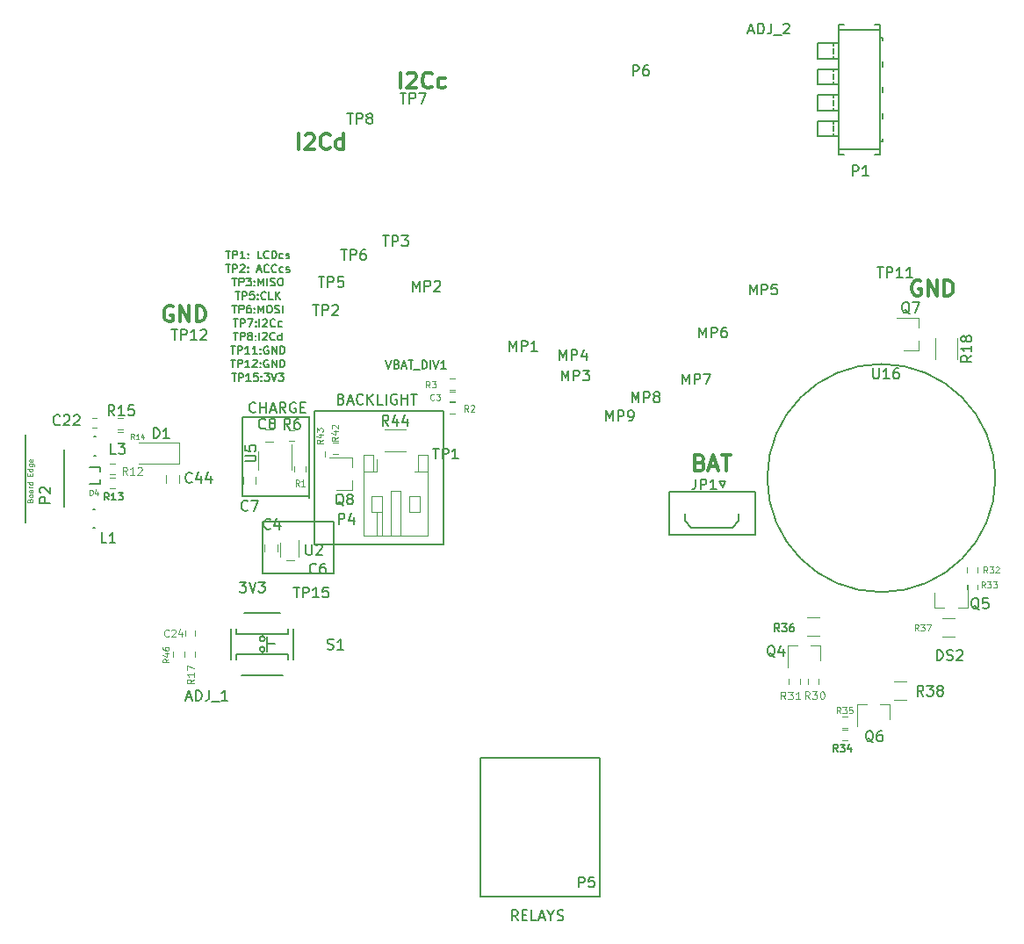
<source format=gbr>
G04 #@! TF.GenerationSoftware,KiCad,Pcbnew,(5.0.2)-1*
G04 #@! TF.CreationDate,2019-01-08T10:51:14-07:00*
G04 #@! TF.ProjectId,MagSensor,4d616753-656e-4736-9f72-2e6b69636164,rev?*
G04 #@! TF.SameCoordinates,Original*
G04 #@! TF.FileFunction,Legend,Top*
G04 #@! TF.FilePolarity,Positive*
%FSLAX46Y46*%
G04 Gerber Fmt 4.6, Leading zero omitted, Abs format (unit mm)*
G04 Created by KiCad (PCBNEW (5.0.2)-1) date 1/8/2019 10:51:14 AM*
%MOMM*%
%LPD*%
G01*
G04 APERTURE LIST*
%ADD10C,0.300000*%
%ADD11C,0.187500*%
%ADD12C,0.200000*%
%ADD13C,0.150000*%
%ADD14C,0.120000*%
%ADD15C,0.125000*%
%ADD16C,0.100000*%
G04 APERTURE END LIST*
D10*
X141275945Y-125498541D02*
X141490230Y-125569969D01*
X141561659Y-125641398D01*
X141633088Y-125784255D01*
X141633088Y-125998541D01*
X141561659Y-126141398D01*
X141490230Y-126212826D01*
X141347373Y-126284255D01*
X140775945Y-126284255D01*
X140775945Y-124784255D01*
X141275945Y-124784255D01*
X141418802Y-124855684D01*
X141490230Y-124927112D01*
X141561659Y-125069969D01*
X141561659Y-125212826D01*
X141490230Y-125355684D01*
X141418802Y-125427112D01*
X141275945Y-125498541D01*
X140775945Y-125498541D01*
X142204516Y-125855684D02*
X142918802Y-125855684D01*
X142061659Y-126284255D02*
X142561659Y-124784255D01*
X143061659Y-126284255D01*
X143347373Y-124784255D02*
X144204516Y-124784255D01*
X143775945Y-126284255D02*
X143775945Y-124784255D01*
X102580230Y-95294255D02*
X102580230Y-93794255D01*
X103223088Y-93937112D02*
X103294516Y-93865684D01*
X103437373Y-93794255D01*
X103794516Y-93794255D01*
X103937373Y-93865684D01*
X104008802Y-93937112D01*
X104080230Y-94079969D01*
X104080230Y-94222826D01*
X104008802Y-94437112D01*
X103151659Y-95294255D01*
X104080230Y-95294255D01*
X105580230Y-95151398D02*
X105508802Y-95222826D01*
X105294516Y-95294255D01*
X105151659Y-95294255D01*
X104937373Y-95222826D01*
X104794516Y-95079969D01*
X104723088Y-94937112D01*
X104651659Y-94651398D01*
X104651659Y-94437112D01*
X104723088Y-94151398D01*
X104794516Y-94008541D01*
X104937373Y-93865684D01*
X105151659Y-93794255D01*
X105294516Y-93794255D01*
X105508802Y-93865684D01*
X105580230Y-93937112D01*
X106865945Y-95294255D02*
X106865945Y-93794255D01*
X106865945Y-95222826D02*
X106723088Y-95294255D01*
X106437373Y-95294255D01*
X106294516Y-95222826D01*
X106223088Y-95151398D01*
X106151659Y-95008541D01*
X106151659Y-94579969D01*
X106223088Y-94437112D01*
X106294516Y-94365684D01*
X106437373Y-94294255D01*
X106723088Y-94294255D01*
X106865945Y-94365684D01*
X112415945Y-89404255D02*
X112415945Y-87904255D01*
X113058802Y-88047112D02*
X113130230Y-87975684D01*
X113273088Y-87904255D01*
X113630230Y-87904255D01*
X113773088Y-87975684D01*
X113844516Y-88047112D01*
X113915945Y-88189969D01*
X113915945Y-88332826D01*
X113844516Y-88547112D01*
X112987373Y-89404255D01*
X113915945Y-89404255D01*
X115415945Y-89261398D02*
X115344516Y-89332826D01*
X115130230Y-89404255D01*
X114987373Y-89404255D01*
X114773088Y-89332826D01*
X114630230Y-89189969D01*
X114558802Y-89047112D01*
X114487373Y-88761398D01*
X114487373Y-88547112D01*
X114558802Y-88261398D01*
X114630230Y-88118541D01*
X114773088Y-87975684D01*
X114987373Y-87904255D01*
X115130230Y-87904255D01*
X115344516Y-87975684D01*
X115415945Y-88047112D01*
X116701659Y-89332826D02*
X116558802Y-89404255D01*
X116273088Y-89404255D01*
X116130230Y-89332826D01*
X116058802Y-89261398D01*
X115987373Y-89118541D01*
X115987373Y-88689969D01*
X116058802Y-88547112D01*
X116130230Y-88475684D01*
X116273088Y-88404255D01*
X116558802Y-88404255D01*
X116701659Y-88475684D01*
X90430230Y-110485684D02*
X90287373Y-110414255D01*
X90073088Y-110414255D01*
X89858802Y-110485684D01*
X89715945Y-110628541D01*
X89644516Y-110771398D01*
X89573088Y-111057112D01*
X89573088Y-111271398D01*
X89644516Y-111557112D01*
X89715945Y-111699969D01*
X89858802Y-111842826D01*
X90073088Y-111914255D01*
X90215945Y-111914255D01*
X90430230Y-111842826D01*
X90501659Y-111771398D01*
X90501659Y-111271398D01*
X90215945Y-111271398D01*
X91144516Y-111914255D02*
X91144516Y-110414255D01*
X92001659Y-111914255D01*
X92001659Y-110414255D01*
X92715945Y-111914255D02*
X92715945Y-110414255D01*
X93073088Y-110414255D01*
X93287373Y-110485684D01*
X93430230Y-110628541D01*
X93501659Y-110771398D01*
X93573088Y-111057112D01*
X93573088Y-111271398D01*
X93501659Y-111557112D01*
X93430230Y-111699969D01*
X93287373Y-111842826D01*
X93073088Y-111914255D01*
X92715945Y-111914255D01*
X162530230Y-108005684D02*
X162387373Y-107934255D01*
X162173088Y-107934255D01*
X161958802Y-108005684D01*
X161815945Y-108148541D01*
X161744516Y-108291398D01*
X161673088Y-108577112D01*
X161673088Y-108791398D01*
X161744516Y-109077112D01*
X161815945Y-109219969D01*
X161958802Y-109362826D01*
X162173088Y-109434255D01*
X162315945Y-109434255D01*
X162530230Y-109362826D01*
X162601659Y-109291398D01*
X162601659Y-108791398D01*
X162315945Y-108791398D01*
X163244516Y-109434255D02*
X163244516Y-107934255D01*
X164101659Y-109434255D01*
X164101659Y-107934255D01*
X164815945Y-109434255D02*
X164815945Y-107934255D01*
X165173088Y-107934255D01*
X165387373Y-108005684D01*
X165530230Y-108148541D01*
X165601659Y-108291398D01*
X165673088Y-108577112D01*
X165673088Y-108791398D01*
X165601659Y-109077112D01*
X165530230Y-109219969D01*
X165387373Y-109362826D01*
X165173088Y-109434255D01*
X164815945Y-109434255D01*
D11*
X95563802Y-105088719D02*
X95992373Y-105088719D01*
X95778088Y-105838719D02*
X95778088Y-105088719D01*
X96242373Y-105838719D02*
X96242373Y-105088719D01*
X96528088Y-105088719D01*
X96599516Y-105124434D01*
X96635230Y-105160148D01*
X96670945Y-105231576D01*
X96670945Y-105338719D01*
X96635230Y-105410148D01*
X96599516Y-105445862D01*
X96528088Y-105481576D01*
X96242373Y-105481576D01*
X97385230Y-105838719D02*
X96956659Y-105838719D01*
X97170945Y-105838719D02*
X97170945Y-105088719D01*
X97099516Y-105195862D01*
X97028088Y-105267291D01*
X96956659Y-105303005D01*
X97706659Y-105767291D02*
X97742373Y-105803005D01*
X97706659Y-105838719D01*
X97670945Y-105803005D01*
X97706659Y-105767291D01*
X97706659Y-105838719D01*
X97706659Y-105374434D02*
X97742373Y-105410148D01*
X97706659Y-105445862D01*
X97670945Y-105410148D01*
X97706659Y-105374434D01*
X97706659Y-105445862D01*
X98992373Y-105838719D02*
X98635230Y-105838719D01*
X98635230Y-105088719D01*
X99670945Y-105767291D02*
X99635230Y-105803005D01*
X99528088Y-105838719D01*
X99456659Y-105838719D01*
X99349516Y-105803005D01*
X99278088Y-105731576D01*
X99242373Y-105660148D01*
X99206659Y-105517291D01*
X99206659Y-105410148D01*
X99242373Y-105267291D01*
X99278088Y-105195862D01*
X99349516Y-105124434D01*
X99456659Y-105088719D01*
X99528088Y-105088719D01*
X99635230Y-105124434D01*
X99670945Y-105160148D01*
X99992373Y-105838719D02*
X99992373Y-105088719D01*
X100170945Y-105088719D01*
X100278088Y-105124434D01*
X100349516Y-105195862D01*
X100385230Y-105267291D01*
X100420945Y-105410148D01*
X100420945Y-105517291D01*
X100385230Y-105660148D01*
X100349516Y-105731576D01*
X100278088Y-105803005D01*
X100170945Y-105838719D01*
X99992373Y-105838719D01*
X101063802Y-105803005D02*
X100992373Y-105838719D01*
X100849516Y-105838719D01*
X100778088Y-105803005D01*
X100742373Y-105767291D01*
X100706659Y-105695862D01*
X100706659Y-105481576D01*
X100742373Y-105410148D01*
X100778088Y-105374434D01*
X100849516Y-105338719D01*
X100992373Y-105338719D01*
X101063802Y-105374434D01*
X101349516Y-105803005D02*
X101420945Y-105838719D01*
X101563802Y-105838719D01*
X101635230Y-105803005D01*
X101670945Y-105731576D01*
X101670945Y-105695862D01*
X101635230Y-105624434D01*
X101563802Y-105588719D01*
X101456659Y-105588719D01*
X101385230Y-105553005D01*
X101349516Y-105481576D01*
X101349516Y-105445862D01*
X101385230Y-105374434D01*
X101456659Y-105338719D01*
X101563802Y-105338719D01*
X101635230Y-105374434D01*
X95545945Y-106401219D02*
X95974516Y-106401219D01*
X95760230Y-107151219D02*
X95760230Y-106401219D01*
X96224516Y-107151219D02*
X96224516Y-106401219D01*
X96510230Y-106401219D01*
X96581659Y-106436934D01*
X96617373Y-106472648D01*
X96653088Y-106544076D01*
X96653088Y-106651219D01*
X96617373Y-106722648D01*
X96581659Y-106758362D01*
X96510230Y-106794076D01*
X96224516Y-106794076D01*
X96938802Y-106472648D02*
X96974516Y-106436934D01*
X97045945Y-106401219D01*
X97224516Y-106401219D01*
X97295945Y-106436934D01*
X97331659Y-106472648D01*
X97367373Y-106544076D01*
X97367373Y-106615505D01*
X97331659Y-106722648D01*
X96903088Y-107151219D01*
X97367373Y-107151219D01*
X97688802Y-107079791D02*
X97724516Y-107115505D01*
X97688802Y-107151219D01*
X97653088Y-107115505D01*
X97688802Y-107079791D01*
X97688802Y-107151219D01*
X97688802Y-106686934D02*
X97724516Y-106722648D01*
X97688802Y-106758362D01*
X97653088Y-106722648D01*
X97688802Y-106686934D01*
X97688802Y-106758362D01*
X98581659Y-106936934D02*
X98938802Y-106936934D01*
X98510230Y-107151219D02*
X98760230Y-106401219D01*
X99010230Y-107151219D01*
X99688802Y-107079791D02*
X99653088Y-107115505D01*
X99545945Y-107151219D01*
X99474516Y-107151219D01*
X99367373Y-107115505D01*
X99295945Y-107044076D01*
X99260230Y-106972648D01*
X99224516Y-106829791D01*
X99224516Y-106722648D01*
X99260230Y-106579791D01*
X99295945Y-106508362D01*
X99367373Y-106436934D01*
X99474516Y-106401219D01*
X99545945Y-106401219D01*
X99653088Y-106436934D01*
X99688802Y-106472648D01*
X100438802Y-107079791D02*
X100403088Y-107115505D01*
X100295945Y-107151219D01*
X100224516Y-107151219D01*
X100117373Y-107115505D01*
X100045945Y-107044076D01*
X100010230Y-106972648D01*
X99974516Y-106829791D01*
X99974516Y-106722648D01*
X100010230Y-106579791D01*
X100045945Y-106508362D01*
X100117373Y-106436934D01*
X100224516Y-106401219D01*
X100295945Y-106401219D01*
X100403088Y-106436934D01*
X100438802Y-106472648D01*
X101081659Y-107115505D02*
X101010230Y-107151219D01*
X100867373Y-107151219D01*
X100795945Y-107115505D01*
X100760230Y-107079791D01*
X100724516Y-107008362D01*
X100724516Y-106794076D01*
X100760230Y-106722648D01*
X100795945Y-106686934D01*
X100867373Y-106651219D01*
X101010230Y-106651219D01*
X101081659Y-106686934D01*
X101367373Y-107115505D02*
X101438802Y-107151219D01*
X101581659Y-107151219D01*
X101653088Y-107115505D01*
X101688802Y-107044076D01*
X101688802Y-107008362D01*
X101653088Y-106936934D01*
X101581659Y-106901219D01*
X101474516Y-106901219D01*
X101403088Y-106865505D01*
X101367373Y-106794076D01*
X101367373Y-106758362D01*
X101403088Y-106686934D01*
X101474516Y-106651219D01*
X101581659Y-106651219D01*
X101653088Y-106686934D01*
X96170945Y-107713719D02*
X96599516Y-107713719D01*
X96385230Y-108463719D02*
X96385230Y-107713719D01*
X96849516Y-108463719D02*
X96849516Y-107713719D01*
X97135230Y-107713719D01*
X97206659Y-107749434D01*
X97242373Y-107785148D01*
X97278088Y-107856576D01*
X97278088Y-107963719D01*
X97242373Y-108035148D01*
X97206659Y-108070862D01*
X97135230Y-108106576D01*
X96849516Y-108106576D01*
X97528088Y-107713719D02*
X97992373Y-107713719D01*
X97742373Y-107999434D01*
X97849516Y-107999434D01*
X97920945Y-108035148D01*
X97956659Y-108070862D01*
X97992373Y-108142291D01*
X97992373Y-108320862D01*
X97956659Y-108392291D01*
X97920945Y-108428005D01*
X97849516Y-108463719D01*
X97635230Y-108463719D01*
X97563802Y-108428005D01*
X97528088Y-108392291D01*
X98313802Y-108392291D02*
X98349516Y-108428005D01*
X98313802Y-108463719D01*
X98278088Y-108428005D01*
X98313802Y-108392291D01*
X98313802Y-108463719D01*
X98313802Y-107999434D02*
X98349516Y-108035148D01*
X98313802Y-108070862D01*
X98278088Y-108035148D01*
X98313802Y-107999434D01*
X98313802Y-108070862D01*
X98670945Y-108463719D02*
X98670945Y-107713719D01*
X98920945Y-108249434D01*
X99170945Y-107713719D01*
X99170945Y-108463719D01*
X99528088Y-108463719D02*
X99528088Y-107713719D01*
X99849516Y-108428005D02*
X99956659Y-108463719D01*
X100135230Y-108463719D01*
X100206659Y-108428005D01*
X100242373Y-108392291D01*
X100278088Y-108320862D01*
X100278088Y-108249434D01*
X100242373Y-108178005D01*
X100206659Y-108142291D01*
X100135230Y-108106576D01*
X99992373Y-108070862D01*
X99920945Y-108035148D01*
X99885230Y-107999434D01*
X99849516Y-107928005D01*
X99849516Y-107856576D01*
X99885230Y-107785148D01*
X99920945Y-107749434D01*
X99992373Y-107713719D01*
X100170945Y-107713719D01*
X100278088Y-107749434D01*
X100742373Y-107713719D02*
X100885230Y-107713719D01*
X100956659Y-107749434D01*
X101028088Y-107820862D01*
X101063802Y-107963719D01*
X101063802Y-108213719D01*
X101028088Y-108356576D01*
X100956659Y-108428005D01*
X100885230Y-108463719D01*
X100742373Y-108463719D01*
X100670945Y-108428005D01*
X100599516Y-108356576D01*
X100563802Y-108213719D01*
X100563802Y-107963719D01*
X100599516Y-107820862D01*
X100670945Y-107749434D01*
X100742373Y-107713719D01*
X96474516Y-109026219D02*
X96903088Y-109026219D01*
X96688802Y-109776219D02*
X96688802Y-109026219D01*
X97153088Y-109776219D02*
X97153088Y-109026219D01*
X97438802Y-109026219D01*
X97510230Y-109061934D01*
X97545945Y-109097648D01*
X97581659Y-109169076D01*
X97581659Y-109276219D01*
X97545945Y-109347648D01*
X97510230Y-109383362D01*
X97438802Y-109419076D01*
X97153088Y-109419076D01*
X98260230Y-109026219D02*
X97903088Y-109026219D01*
X97867373Y-109383362D01*
X97903088Y-109347648D01*
X97974516Y-109311934D01*
X98153088Y-109311934D01*
X98224516Y-109347648D01*
X98260230Y-109383362D01*
X98295945Y-109454791D01*
X98295945Y-109633362D01*
X98260230Y-109704791D01*
X98224516Y-109740505D01*
X98153088Y-109776219D01*
X97974516Y-109776219D01*
X97903088Y-109740505D01*
X97867373Y-109704791D01*
X98617373Y-109704791D02*
X98653088Y-109740505D01*
X98617373Y-109776219D01*
X98581659Y-109740505D01*
X98617373Y-109704791D01*
X98617373Y-109776219D01*
X98617373Y-109311934D02*
X98653088Y-109347648D01*
X98617373Y-109383362D01*
X98581659Y-109347648D01*
X98617373Y-109311934D01*
X98617373Y-109383362D01*
X99403088Y-109704791D02*
X99367373Y-109740505D01*
X99260230Y-109776219D01*
X99188802Y-109776219D01*
X99081659Y-109740505D01*
X99010230Y-109669076D01*
X98974516Y-109597648D01*
X98938802Y-109454791D01*
X98938802Y-109347648D01*
X98974516Y-109204791D01*
X99010230Y-109133362D01*
X99081659Y-109061934D01*
X99188802Y-109026219D01*
X99260230Y-109026219D01*
X99367373Y-109061934D01*
X99403088Y-109097648D01*
X100081659Y-109776219D02*
X99724516Y-109776219D01*
X99724516Y-109026219D01*
X100331659Y-109776219D02*
X100331659Y-109026219D01*
X100760230Y-109776219D02*
X100438802Y-109347648D01*
X100760230Y-109026219D02*
X100331659Y-109454791D01*
X96170945Y-110338719D02*
X96599516Y-110338719D01*
X96385230Y-111088719D02*
X96385230Y-110338719D01*
X96849516Y-111088719D02*
X96849516Y-110338719D01*
X97135230Y-110338719D01*
X97206659Y-110374434D01*
X97242373Y-110410148D01*
X97278088Y-110481576D01*
X97278088Y-110588719D01*
X97242373Y-110660148D01*
X97206659Y-110695862D01*
X97135230Y-110731576D01*
X96849516Y-110731576D01*
X97920945Y-110338719D02*
X97778088Y-110338719D01*
X97706659Y-110374434D01*
X97670945Y-110410148D01*
X97599516Y-110517291D01*
X97563802Y-110660148D01*
X97563802Y-110945862D01*
X97599516Y-111017291D01*
X97635230Y-111053005D01*
X97706659Y-111088719D01*
X97849516Y-111088719D01*
X97920945Y-111053005D01*
X97956659Y-111017291D01*
X97992373Y-110945862D01*
X97992373Y-110767291D01*
X97956659Y-110695862D01*
X97920945Y-110660148D01*
X97849516Y-110624434D01*
X97706659Y-110624434D01*
X97635230Y-110660148D01*
X97599516Y-110695862D01*
X97563802Y-110767291D01*
X98313802Y-111017291D02*
X98349516Y-111053005D01*
X98313802Y-111088719D01*
X98278088Y-111053005D01*
X98313802Y-111017291D01*
X98313802Y-111088719D01*
X98313802Y-110624434D02*
X98349516Y-110660148D01*
X98313802Y-110695862D01*
X98278088Y-110660148D01*
X98313802Y-110624434D01*
X98313802Y-110695862D01*
X98670945Y-111088719D02*
X98670945Y-110338719D01*
X98920945Y-110874434D01*
X99170945Y-110338719D01*
X99170945Y-111088719D01*
X99670945Y-110338719D02*
X99813802Y-110338719D01*
X99885230Y-110374434D01*
X99956659Y-110445862D01*
X99992373Y-110588719D01*
X99992373Y-110838719D01*
X99956659Y-110981576D01*
X99885230Y-111053005D01*
X99813802Y-111088719D01*
X99670945Y-111088719D01*
X99599516Y-111053005D01*
X99528088Y-110981576D01*
X99492373Y-110838719D01*
X99492373Y-110588719D01*
X99528088Y-110445862D01*
X99599516Y-110374434D01*
X99670945Y-110338719D01*
X100278088Y-111053005D02*
X100385230Y-111088719D01*
X100563802Y-111088719D01*
X100635230Y-111053005D01*
X100670945Y-111017291D01*
X100706659Y-110945862D01*
X100706659Y-110874434D01*
X100670945Y-110803005D01*
X100635230Y-110767291D01*
X100563802Y-110731576D01*
X100420945Y-110695862D01*
X100349516Y-110660148D01*
X100313802Y-110624434D01*
X100278088Y-110553005D01*
X100278088Y-110481576D01*
X100313802Y-110410148D01*
X100349516Y-110374434D01*
X100420945Y-110338719D01*
X100599516Y-110338719D01*
X100706659Y-110374434D01*
X101028088Y-111088719D02*
X101028088Y-110338719D01*
X96295945Y-111651219D02*
X96724516Y-111651219D01*
X96510230Y-112401219D02*
X96510230Y-111651219D01*
X96974516Y-112401219D02*
X96974516Y-111651219D01*
X97260230Y-111651219D01*
X97331659Y-111686934D01*
X97367373Y-111722648D01*
X97403088Y-111794076D01*
X97403088Y-111901219D01*
X97367373Y-111972648D01*
X97331659Y-112008362D01*
X97260230Y-112044076D01*
X96974516Y-112044076D01*
X97653088Y-111651219D02*
X98153088Y-111651219D01*
X97831659Y-112401219D01*
X98438802Y-112329791D02*
X98474516Y-112365505D01*
X98438802Y-112401219D01*
X98403088Y-112365505D01*
X98438802Y-112329791D01*
X98438802Y-112401219D01*
X98438802Y-111936934D02*
X98474516Y-111972648D01*
X98438802Y-112008362D01*
X98403088Y-111972648D01*
X98438802Y-111936934D01*
X98438802Y-112008362D01*
X98795945Y-112401219D02*
X98795945Y-111651219D01*
X99117373Y-111722648D02*
X99153088Y-111686934D01*
X99224516Y-111651219D01*
X99403088Y-111651219D01*
X99474516Y-111686934D01*
X99510230Y-111722648D01*
X99545945Y-111794076D01*
X99545945Y-111865505D01*
X99510230Y-111972648D01*
X99081659Y-112401219D01*
X99545945Y-112401219D01*
X100295945Y-112329791D02*
X100260230Y-112365505D01*
X100153088Y-112401219D01*
X100081659Y-112401219D01*
X99974516Y-112365505D01*
X99903088Y-112294076D01*
X99867373Y-112222648D01*
X99831659Y-112079791D01*
X99831659Y-111972648D01*
X99867373Y-111829791D01*
X99903088Y-111758362D01*
X99974516Y-111686934D01*
X100081659Y-111651219D01*
X100153088Y-111651219D01*
X100260230Y-111686934D01*
X100295945Y-111722648D01*
X100938802Y-112365505D02*
X100867373Y-112401219D01*
X100724516Y-112401219D01*
X100653088Y-112365505D01*
X100617373Y-112329791D01*
X100581659Y-112258362D01*
X100581659Y-112044076D01*
X100617373Y-111972648D01*
X100653088Y-111936934D01*
X100724516Y-111901219D01*
X100867373Y-111901219D01*
X100938802Y-111936934D01*
X96278088Y-112963719D02*
X96706659Y-112963719D01*
X96492373Y-113713719D02*
X96492373Y-112963719D01*
X96956659Y-113713719D02*
X96956659Y-112963719D01*
X97242373Y-112963719D01*
X97313802Y-112999434D01*
X97349516Y-113035148D01*
X97385230Y-113106576D01*
X97385230Y-113213719D01*
X97349516Y-113285148D01*
X97313802Y-113320862D01*
X97242373Y-113356576D01*
X96956659Y-113356576D01*
X97813802Y-113285148D02*
X97742373Y-113249434D01*
X97706659Y-113213719D01*
X97670945Y-113142291D01*
X97670945Y-113106576D01*
X97706659Y-113035148D01*
X97742373Y-112999434D01*
X97813802Y-112963719D01*
X97956659Y-112963719D01*
X98028088Y-112999434D01*
X98063802Y-113035148D01*
X98099516Y-113106576D01*
X98099516Y-113142291D01*
X98063802Y-113213719D01*
X98028088Y-113249434D01*
X97956659Y-113285148D01*
X97813802Y-113285148D01*
X97742373Y-113320862D01*
X97706659Y-113356576D01*
X97670945Y-113428005D01*
X97670945Y-113570862D01*
X97706659Y-113642291D01*
X97742373Y-113678005D01*
X97813802Y-113713719D01*
X97956659Y-113713719D01*
X98028088Y-113678005D01*
X98063802Y-113642291D01*
X98099516Y-113570862D01*
X98099516Y-113428005D01*
X98063802Y-113356576D01*
X98028088Y-113320862D01*
X97956659Y-113285148D01*
X98420945Y-113642291D02*
X98456659Y-113678005D01*
X98420945Y-113713719D01*
X98385230Y-113678005D01*
X98420945Y-113642291D01*
X98420945Y-113713719D01*
X98420945Y-113249434D02*
X98456659Y-113285148D01*
X98420945Y-113320862D01*
X98385230Y-113285148D01*
X98420945Y-113249434D01*
X98420945Y-113320862D01*
X98778088Y-113713719D02*
X98778088Y-112963719D01*
X99099516Y-113035148D02*
X99135230Y-112999434D01*
X99206659Y-112963719D01*
X99385230Y-112963719D01*
X99456659Y-112999434D01*
X99492373Y-113035148D01*
X99528088Y-113106576D01*
X99528088Y-113178005D01*
X99492373Y-113285148D01*
X99063802Y-113713719D01*
X99528088Y-113713719D01*
X100278088Y-113642291D02*
X100242373Y-113678005D01*
X100135230Y-113713719D01*
X100063802Y-113713719D01*
X99956659Y-113678005D01*
X99885230Y-113606576D01*
X99849516Y-113535148D01*
X99813802Y-113392291D01*
X99813802Y-113285148D01*
X99849516Y-113142291D01*
X99885230Y-113070862D01*
X99956659Y-112999434D01*
X100063802Y-112963719D01*
X100135230Y-112963719D01*
X100242373Y-112999434D01*
X100278088Y-113035148D01*
X100920945Y-113713719D02*
X100920945Y-112963719D01*
X100920945Y-113678005D02*
X100849516Y-113713719D01*
X100706659Y-113713719D01*
X100635230Y-113678005D01*
X100599516Y-113642291D01*
X100563802Y-113570862D01*
X100563802Y-113356576D01*
X100599516Y-113285148D01*
X100635230Y-113249434D01*
X100706659Y-113213719D01*
X100849516Y-113213719D01*
X100920945Y-113249434D01*
X96028088Y-114276219D02*
X96456659Y-114276219D01*
X96242373Y-115026219D02*
X96242373Y-114276219D01*
X96706659Y-115026219D02*
X96706659Y-114276219D01*
X96992373Y-114276219D01*
X97063802Y-114311934D01*
X97099516Y-114347648D01*
X97135230Y-114419076D01*
X97135230Y-114526219D01*
X97099516Y-114597648D01*
X97063802Y-114633362D01*
X96992373Y-114669076D01*
X96706659Y-114669076D01*
X97849516Y-115026219D02*
X97420945Y-115026219D01*
X97635230Y-115026219D02*
X97635230Y-114276219D01*
X97563802Y-114383362D01*
X97492373Y-114454791D01*
X97420945Y-114490505D01*
X98563802Y-115026219D02*
X98135230Y-115026219D01*
X98349516Y-115026219D02*
X98349516Y-114276219D01*
X98278088Y-114383362D01*
X98206659Y-114454791D01*
X98135230Y-114490505D01*
X98885230Y-114954791D02*
X98920945Y-114990505D01*
X98885230Y-115026219D01*
X98849516Y-114990505D01*
X98885230Y-114954791D01*
X98885230Y-115026219D01*
X98885230Y-114561934D02*
X98920945Y-114597648D01*
X98885230Y-114633362D01*
X98849516Y-114597648D01*
X98885230Y-114561934D01*
X98885230Y-114633362D01*
X99635230Y-114311934D02*
X99563802Y-114276219D01*
X99456659Y-114276219D01*
X99349516Y-114311934D01*
X99278088Y-114383362D01*
X99242373Y-114454791D01*
X99206659Y-114597648D01*
X99206659Y-114704791D01*
X99242373Y-114847648D01*
X99278088Y-114919076D01*
X99349516Y-114990505D01*
X99456659Y-115026219D01*
X99528088Y-115026219D01*
X99635230Y-114990505D01*
X99670945Y-114954791D01*
X99670945Y-114704791D01*
X99528088Y-114704791D01*
X99992373Y-115026219D02*
X99992373Y-114276219D01*
X100420945Y-115026219D01*
X100420945Y-114276219D01*
X100778088Y-115026219D02*
X100778088Y-114276219D01*
X100956659Y-114276219D01*
X101063802Y-114311934D01*
X101135230Y-114383362D01*
X101170945Y-114454791D01*
X101206659Y-114597648D01*
X101206659Y-114704791D01*
X101170945Y-114847648D01*
X101135230Y-114919076D01*
X101063802Y-114990505D01*
X100956659Y-115026219D01*
X100778088Y-115026219D01*
X96028088Y-115588719D02*
X96456659Y-115588719D01*
X96242373Y-116338719D02*
X96242373Y-115588719D01*
X96706659Y-116338719D02*
X96706659Y-115588719D01*
X96992373Y-115588719D01*
X97063802Y-115624434D01*
X97099516Y-115660148D01*
X97135230Y-115731576D01*
X97135230Y-115838719D01*
X97099516Y-115910148D01*
X97063802Y-115945862D01*
X96992373Y-115981576D01*
X96706659Y-115981576D01*
X97849516Y-116338719D02*
X97420945Y-116338719D01*
X97635230Y-116338719D02*
X97635230Y-115588719D01*
X97563802Y-115695862D01*
X97492373Y-115767291D01*
X97420945Y-115803005D01*
X98135230Y-115660148D02*
X98170945Y-115624434D01*
X98242373Y-115588719D01*
X98420945Y-115588719D01*
X98492373Y-115624434D01*
X98528088Y-115660148D01*
X98563802Y-115731576D01*
X98563802Y-115803005D01*
X98528088Y-115910148D01*
X98099516Y-116338719D01*
X98563802Y-116338719D01*
X98885230Y-116267291D02*
X98920945Y-116303005D01*
X98885230Y-116338719D01*
X98849516Y-116303005D01*
X98885230Y-116267291D01*
X98885230Y-116338719D01*
X98885230Y-115874434D02*
X98920945Y-115910148D01*
X98885230Y-115945862D01*
X98849516Y-115910148D01*
X98885230Y-115874434D01*
X98885230Y-115945862D01*
X99635230Y-115624434D02*
X99563802Y-115588719D01*
X99456659Y-115588719D01*
X99349516Y-115624434D01*
X99278088Y-115695862D01*
X99242373Y-115767291D01*
X99206659Y-115910148D01*
X99206659Y-116017291D01*
X99242373Y-116160148D01*
X99278088Y-116231576D01*
X99349516Y-116303005D01*
X99456659Y-116338719D01*
X99528088Y-116338719D01*
X99635230Y-116303005D01*
X99670945Y-116267291D01*
X99670945Y-116017291D01*
X99528088Y-116017291D01*
X99992373Y-116338719D02*
X99992373Y-115588719D01*
X100420945Y-116338719D01*
X100420945Y-115588719D01*
X100778088Y-116338719D02*
X100778088Y-115588719D01*
X100956659Y-115588719D01*
X101063802Y-115624434D01*
X101135230Y-115695862D01*
X101170945Y-115767291D01*
X101206659Y-115910148D01*
X101206659Y-116017291D01*
X101170945Y-116160148D01*
X101135230Y-116231576D01*
X101063802Y-116303005D01*
X100956659Y-116338719D01*
X100778088Y-116338719D01*
X96135230Y-116901219D02*
X96563802Y-116901219D01*
X96349516Y-117651219D02*
X96349516Y-116901219D01*
X96813802Y-117651219D02*
X96813802Y-116901219D01*
X97099516Y-116901219D01*
X97170945Y-116936934D01*
X97206659Y-116972648D01*
X97242373Y-117044076D01*
X97242373Y-117151219D01*
X97206659Y-117222648D01*
X97170945Y-117258362D01*
X97099516Y-117294076D01*
X96813802Y-117294076D01*
X97956659Y-117651219D02*
X97528088Y-117651219D01*
X97742373Y-117651219D02*
X97742373Y-116901219D01*
X97670945Y-117008362D01*
X97599516Y-117079791D01*
X97528088Y-117115505D01*
X98635230Y-116901219D02*
X98278088Y-116901219D01*
X98242373Y-117258362D01*
X98278088Y-117222648D01*
X98349516Y-117186934D01*
X98528088Y-117186934D01*
X98599516Y-117222648D01*
X98635230Y-117258362D01*
X98670945Y-117329791D01*
X98670945Y-117508362D01*
X98635230Y-117579791D01*
X98599516Y-117615505D01*
X98528088Y-117651219D01*
X98349516Y-117651219D01*
X98278088Y-117615505D01*
X98242373Y-117579791D01*
X98992373Y-117579791D02*
X99028088Y-117615505D01*
X98992373Y-117651219D01*
X98956659Y-117615505D01*
X98992373Y-117579791D01*
X98992373Y-117651219D01*
X98992373Y-117186934D02*
X99028088Y-117222648D01*
X98992373Y-117258362D01*
X98956659Y-117222648D01*
X98992373Y-117186934D01*
X98992373Y-117258362D01*
X99278088Y-116901219D02*
X99742373Y-116901219D01*
X99492373Y-117186934D01*
X99599516Y-117186934D01*
X99670945Y-117222648D01*
X99706659Y-117258362D01*
X99742373Y-117329791D01*
X99742373Y-117508362D01*
X99706659Y-117579791D01*
X99670945Y-117615505D01*
X99599516Y-117651219D01*
X99385230Y-117651219D01*
X99313802Y-117615505D01*
X99278088Y-117579791D01*
X99956659Y-116901219D02*
X100206659Y-117651219D01*
X100456659Y-116901219D01*
X100635230Y-116901219D02*
X101099516Y-116901219D01*
X100849516Y-117186934D01*
X100956659Y-117186934D01*
X101028088Y-117222648D01*
X101063802Y-117258362D01*
X101099516Y-117329791D01*
X101099516Y-117508362D01*
X101063802Y-117579791D01*
X101028088Y-117615505D01*
X100956659Y-117651219D01*
X100742373Y-117651219D01*
X100670945Y-117615505D01*
X100635230Y-117579791D01*
D12*
X106688326Y-119374255D02*
X106831183Y-119421874D01*
X106878802Y-119469493D01*
X106926421Y-119564731D01*
X106926421Y-119707588D01*
X106878802Y-119802826D01*
X106831183Y-119850445D01*
X106735945Y-119898064D01*
X106354992Y-119898064D01*
X106354992Y-118898064D01*
X106688326Y-118898064D01*
X106783564Y-118945684D01*
X106831183Y-118993303D01*
X106878802Y-119088541D01*
X106878802Y-119183779D01*
X106831183Y-119279017D01*
X106783564Y-119326636D01*
X106688326Y-119374255D01*
X106354992Y-119374255D01*
X107307373Y-119612350D02*
X107783564Y-119612350D01*
X107212135Y-119898064D02*
X107545468Y-118898064D01*
X107878802Y-119898064D01*
X108783564Y-119802826D02*
X108735945Y-119850445D01*
X108593088Y-119898064D01*
X108497849Y-119898064D01*
X108354992Y-119850445D01*
X108259754Y-119755207D01*
X108212135Y-119659969D01*
X108164516Y-119469493D01*
X108164516Y-119326636D01*
X108212135Y-119136160D01*
X108259754Y-119040922D01*
X108354992Y-118945684D01*
X108497849Y-118898064D01*
X108593088Y-118898064D01*
X108735945Y-118945684D01*
X108783564Y-118993303D01*
X109212135Y-119898064D02*
X109212135Y-118898064D01*
X109783564Y-119898064D02*
X109354992Y-119326636D01*
X109783564Y-118898064D02*
X109212135Y-119469493D01*
X110688326Y-119898064D02*
X110212135Y-119898064D01*
X110212135Y-118898064D01*
X111021659Y-119898064D02*
X111021659Y-118898064D01*
X112021659Y-118945684D02*
X111926421Y-118898064D01*
X111783564Y-118898064D01*
X111640707Y-118945684D01*
X111545468Y-119040922D01*
X111497849Y-119136160D01*
X111450230Y-119326636D01*
X111450230Y-119469493D01*
X111497849Y-119659969D01*
X111545468Y-119755207D01*
X111640707Y-119850445D01*
X111783564Y-119898064D01*
X111878802Y-119898064D01*
X112021659Y-119850445D01*
X112069278Y-119802826D01*
X112069278Y-119469493D01*
X111878802Y-119469493D01*
X112497849Y-119898064D02*
X112497849Y-118898064D01*
X112497849Y-119374255D02*
X113069278Y-119374255D01*
X113069278Y-119898064D02*
X113069278Y-118898064D01*
X113402611Y-118898064D02*
X113974040Y-118898064D01*
X113688326Y-119898064D02*
X113688326Y-118898064D01*
X104115008Y-133442284D02*
X104115008Y-120534004D01*
X116515288Y-133416884D02*
X104115008Y-133416884D01*
X116515288Y-120544164D02*
X116515288Y-133416884D01*
X104110000Y-120544164D02*
X116515288Y-120544164D01*
X98422849Y-120604426D02*
X98375230Y-120652045D01*
X98232373Y-120699664D01*
X98137135Y-120699664D01*
X97994278Y-120652045D01*
X97899040Y-120556807D01*
X97851421Y-120461569D01*
X97803802Y-120271093D01*
X97803802Y-120128236D01*
X97851421Y-119937760D01*
X97899040Y-119842522D01*
X97994278Y-119747284D01*
X98137135Y-119699664D01*
X98232373Y-119699664D01*
X98375230Y-119747284D01*
X98422849Y-119794903D01*
X98851421Y-120699664D02*
X98851421Y-119699664D01*
X98851421Y-120175855D02*
X99422849Y-120175855D01*
X99422849Y-120699664D02*
X99422849Y-119699664D01*
X99851421Y-120413950D02*
X100327611Y-120413950D01*
X99756183Y-120699664D02*
X100089516Y-119699664D01*
X100422849Y-120699664D01*
X101327611Y-120699664D02*
X100994278Y-120223474D01*
X100756183Y-120699664D02*
X100756183Y-119699664D01*
X101137135Y-119699664D01*
X101232373Y-119747284D01*
X101279992Y-119794903D01*
X101327611Y-119890141D01*
X101327611Y-120032998D01*
X101279992Y-120128236D01*
X101232373Y-120175855D01*
X101137135Y-120223474D01*
X100756183Y-120223474D01*
X102279992Y-119747284D02*
X102184754Y-119699664D01*
X102041897Y-119699664D01*
X101899040Y-119747284D01*
X101803802Y-119842522D01*
X101756183Y-119937760D01*
X101708564Y-120128236D01*
X101708564Y-120271093D01*
X101756183Y-120461569D01*
X101803802Y-120556807D01*
X101899040Y-120652045D01*
X102041897Y-120699664D01*
X102137135Y-120699664D01*
X102279992Y-120652045D01*
X102327611Y-120604426D01*
X102327611Y-120271093D01*
X102137135Y-120271093D01*
X102756183Y-120175855D02*
X103089516Y-120175855D01*
X103232373Y-120699664D02*
X102756183Y-120699664D01*
X102756183Y-119699664D01*
X103232373Y-119699664D01*
X97138100Y-121135172D02*
X103579540Y-121135172D01*
X97138100Y-128745012D02*
X97138100Y-121135172D01*
X103599860Y-128745012D02*
X97138100Y-128745012D01*
X103599860Y-121013652D02*
X103599860Y-128882572D01*
X123702135Y-169658064D02*
X123368802Y-169181874D01*
X123130707Y-169658064D02*
X123130707Y-168658064D01*
X123511659Y-168658064D01*
X123606897Y-168705684D01*
X123654516Y-168753303D01*
X123702135Y-168848541D01*
X123702135Y-168991398D01*
X123654516Y-169086636D01*
X123606897Y-169134255D01*
X123511659Y-169181874D01*
X123130707Y-169181874D01*
X124130707Y-169134255D02*
X124464040Y-169134255D01*
X124606897Y-169658064D02*
X124130707Y-169658064D01*
X124130707Y-168658064D01*
X124606897Y-168658064D01*
X125511659Y-169658064D02*
X125035468Y-169658064D01*
X125035468Y-168658064D01*
X125797373Y-169372350D02*
X126273564Y-169372350D01*
X125702135Y-169658064D02*
X126035468Y-168658064D01*
X126368802Y-169658064D01*
X126892611Y-169181874D02*
X126892611Y-169658064D01*
X126559278Y-168658064D02*
X126892611Y-169181874D01*
X127225945Y-168658064D01*
X127511659Y-169610445D02*
X127654516Y-169658064D01*
X127892611Y-169658064D01*
X127987849Y-169610445D01*
X128035468Y-169562826D01*
X128083088Y-169467588D01*
X128083088Y-169372350D01*
X128035468Y-169277112D01*
X127987849Y-169229493D01*
X127892611Y-169181874D01*
X127702135Y-169134255D01*
X127606897Y-169086636D01*
X127559278Y-169039017D01*
X127511659Y-168943779D01*
X127511659Y-168848541D01*
X127559278Y-168753303D01*
X127606897Y-168705684D01*
X127702135Y-168658064D01*
X127940230Y-168658064D01*
X128083088Y-168705684D01*
X131608214Y-153975088D02*
X131582814Y-167320248D01*
X120071534Y-153975088D02*
X131608214Y-153975088D01*
X120071534Y-167335488D02*
X120071534Y-153975088D01*
X131597142Y-167335488D02*
X120071534Y-167335488D01*
X96884992Y-137018064D02*
X97504040Y-137018064D01*
X97170707Y-137399017D01*
X97313564Y-137399017D01*
X97408802Y-137446636D01*
X97456421Y-137494255D01*
X97504040Y-137589493D01*
X97504040Y-137827588D01*
X97456421Y-137922826D01*
X97408802Y-137970445D01*
X97313564Y-138018064D01*
X97027849Y-138018064D01*
X96932611Y-137970445D01*
X96884992Y-137922826D01*
X97789754Y-137018064D02*
X98123088Y-138018064D01*
X98456421Y-137018064D01*
X98694516Y-137018064D02*
X99313564Y-137018064D01*
X98980230Y-137399017D01*
X99123088Y-137399017D01*
X99218326Y-137446636D01*
X99265945Y-137494255D01*
X99313564Y-137589493D01*
X99313564Y-137827588D01*
X99265945Y-137922826D01*
X99218326Y-137970445D01*
X99123088Y-138018064D01*
X98837373Y-138018064D01*
X98742135Y-137970445D01*
X98694516Y-137922826D01*
X99062968Y-136221084D02*
X99062968Y-131217284D01*
X105956528Y-136221084D02*
X99062968Y-136221084D01*
X105956528Y-131217284D02*
X105956528Y-136221084D01*
X99061800Y-131222364D02*
X105971768Y-131222364D01*
D13*
G04 #@! TO.C,U16*
X169750000Y-127000000D02*
G75*
G03X169750000Y-127000000I-11000000J0D01*
G01*
G04 #@! TO.C,JP1*
X146573088Y-132505684D02*
X146573088Y-128305684D01*
X146573088Y-128305684D02*
X138273088Y-128305684D01*
X138273088Y-128305684D02*
X138273088Y-132505684D01*
X138273088Y-132505684D02*
X146573088Y-132505684D01*
X145023088Y-130405684D02*
X145023088Y-131155684D01*
X145023088Y-131155684D02*
X144423088Y-131755684D01*
X144423088Y-131755684D02*
X142423088Y-131755684D01*
X139823088Y-130405684D02*
X139823088Y-131155684D01*
X139823088Y-131155684D02*
X140423088Y-131755684D01*
X140423088Y-131755684D02*
X142423088Y-131755684D01*
X143423088Y-127905684D02*
X143723088Y-127305684D01*
X143723088Y-127305684D02*
X143123088Y-127305684D01*
X143123088Y-127305684D02*
X143423088Y-127905684D01*
D14*
G04 #@! TO.C,Q4*
X152853088Y-143120684D02*
X151923088Y-143120684D01*
X149693088Y-143120684D02*
X150623088Y-143120684D01*
X149693088Y-143120684D02*
X149693088Y-145280684D01*
X152853088Y-143120684D02*
X152853088Y-144580684D01*
G04 #@! TO.C,R38*
X159948088Y-146625684D02*
X161148088Y-146625684D01*
X161148088Y-148385684D02*
X159948088Y-148385684D01*
G04 #@! TO.C,R34*
X155473088Y-151250684D02*
X154973088Y-151250684D01*
X154973088Y-152310684D02*
X155473088Y-152310684D01*
G04 #@! TO.C,C22*
X83130008Y-121203524D02*
X82630008Y-121203524D01*
X82630008Y-122143524D02*
X83130008Y-122143524D01*
D13*
G04 #@! TO.C,D4*
X83399107Y-127568764D02*
X82394109Y-127568764D01*
X83399107Y-127168764D02*
X83399107Y-127568764D01*
X83399107Y-125968764D02*
X82394109Y-125968764D01*
X83399107Y-126368764D02*
X83399107Y-125968764D01*
D14*
G04 #@! TO.C,Q5*
X163893088Y-139490684D02*
X164823088Y-139490684D01*
X167053088Y-139490684D02*
X166123088Y-139490684D01*
X167053088Y-139490684D02*
X167053088Y-137330684D01*
X163893088Y-139490684D02*
X163893088Y-138030684D01*
G04 #@! TO.C,Q6*
X159578088Y-148795684D02*
X158648088Y-148795684D01*
X156418088Y-148795684D02*
X157348088Y-148795684D01*
X156418088Y-148795684D02*
X156418088Y-150955684D01*
X159578088Y-148795684D02*
X159578088Y-150255684D01*
G04 #@! TO.C,Q8*
X107694408Y-128174444D02*
X107694408Y-127244444D01*
X107694408Y-125014444D02*
X107694408Y-125944444D01*
X107694408Y-125014444D02*
X105534408Y-125014444D01*
X107694408Y-128174444D02*
X106234408Y-128174444D01*
G04 #@! TO.C,R1*
X102180860Y-125848332D02*
X102180860Y-126348332D01*
X103240860Y-126348332D02*
X103240860Y-125848332D01*
G04 #@! TO.C,R2*
X117650508Y-119726384D02*
X117150508Y-119726384D01*
X117150508Y-120786384D02*
X117650508Y-120786384D01*
G04 #@! TO.C,R3*
X117150508Y-118500384D02*
X117650508Y-118500384D01*
X117650508Y-117440384D02*
X117150508Y-117440384D01*
G04 #@! TO.C,R6*
X101602340Y-123453332D02*
X102102340Y-123453332D01*
X102102340Y-122393332D02*
X101602340Y-122393332D01*
G04 #@! TO.C,R12*
X84904288Y-125608844D02*
X84404288Y-125608844D01*
X84404288Y-126668844D02*
X84904288Y-126668844D01*
G04 #@! TO.C,R13*
X84863648Y-126965204D02*
X84363648Y-126965204D01*
X84363648Y-128025204D02*
X84863648Y-128025204D01*
G04 #@! TO.C,R14*
X85661208Y-122530364D02*
X85161208Y-122530364D01*
X85161208Y-123590364D02*
X85661208Y-123590364D01*
G04 #@! TO.C,R15*
X85161208Y-122294964D02*
X85661208Y-122294964D01*
X85661208Y-121234964D02*
X85161208Y-121234964D01*
G04 #@! TO.C,R30*
X151643088Y-146330684D02*
X151643088Y-146830684D01*
X152703088Y-146830684D02*
X152703088Y-146330684D01*
G04 #@! TO.C,R31*
X150903088Y-146830684D02*
X150903088Y-146330684D01*
X149843088Y-146330684D02*
X149843088Y-146830684D01*
G04 #@! TO.C,R32*
X166968088Y-135580684D02*
X166968088Y-136080684D01*
X168028088Y-136080684D02*
X168028088Y-135580684D01*
G04 #@! TO.C,R33*
X166968088Y-137255684D02*
X166968088Y-137755684D01*
X168028088Y-137755684D02*
X168028088Y-137255684D01*
G04 #@! TO.C,R35*
X154973088Y-151060684D02*
X155473088Y-151060684D01*
X155473088Y-150000684D02*
X154973088Y-150000684D01*
G04 #@! TO.C,R42*
X106363568Y-123615884D02*
X105863568Y-123615884D01*
X105863568Y-124675884D02*
X106363568Y-124675884D01*
G04 #@! TO.C,R43*
X104047288Y-124466964D02*
X104047288Y-124966964D01*
X105107288Y-124966964D02*
X105107288Y-124466964D01*
G04 #@! TO.C,U2*
X100785288Y-134556764D02*
X100785288Y-133256764D01*
X102585288Y-133006764D02*
X102585288Y-134556764D01*
G04 #@! TO.C,U5*
X98657380Y-124441412D02*
X98657380Y-126241412D01*
X101877380Y-126241412D02*
X101877380Y-123791412D01*
G04 #@! TO.C,C3*
X117150508Y-119583384D02*
X117650508Y-119583384D01*
X117650508Y-118643384D02*
X117150508Y-118643384D01*
G04 #@! TO.C,D1*
X91018088Y-125597284D02*
X91018088Y-123597284D01*
X91018088Y-123597284D02*
X87118088Y-123597284D01*
X91018088Y-125597284D02*
X87118088Y-125597284D01*
G04 #@! TO.C,R36*
X151598088Y-140450684D02*
X152798088Y-140450684D01*
X152798088Y-142210684D02*
X151598088Y-142210684D01*
G04 #@! TO.C,R37*
X165848088Y-142260684D02*
X164648088Y-142260684D01*
X164648088Y-140500684D02*
X165848088Y-140500684D01*
G04 #@! TO.C,R46*
X91523088Y-144205684D02*
X91523088Y-143705684D01*
X90463088Y-143705684D02*
X90463088Y-144205684D01*
G04 #@! TO.C,C24*
X92543088Y-142205684D02*
X92543088Y-141705684D01*
X91603088Y-141705684D02*
X91603088Y-142205684D01*
D13*
G04 #@! TO.C,L3*
X83011848Y-124813804D02*
X82811848Y-124813804D01*
X83011848Y-123013804D02*
X82811848Y-123013804D01*
D14*
G04 #@! TO.C,C44*
X91023088Y-126755684D02*
X91023088Y-127455684D01*
X89823088Y-127455684D02*
X89823088Y-126755684D01*
G04 #@! TO.C,R17*
X92603088Y-144205684D02*
X92603088Y-143705684D01*
X91543088Y-143705684D02*
X91543088Y-144205684D01*
D13*
G04 #@! TO.C,P2*
X79956248Y-124272764D02*
X79956248Y-129772764D01*
X76206248Y-122797764D02*
X76206248Y-131247764D01*
D14*
G04 #@! TO.C,P4*
X111423088Y-132555684D02*
X111423088Y-128205684D01*
X111423088Y-128205684D02*
X112423088Y-128205684D01*
X112423088Y-128205684D02*
X112423088Y-132555684D01*
X110123088Y-126355684D02*
X109773088Y-126355684D01*
X109773088Y-126355684D02*
X109773088Y-124755684D01*
X109773088Y-124755684D02*
X108873088Y-124755684D01*
X108873088Y-124755684D02*
X108873088Y-132555684D01*
X108873088Y-132555684D02*
X114973088Y-132555684D01*
X114973088Y-132555684D02*
X114973088Y-124755684D01*
X114973088Y-124755684D02*
X114073088Y-124755684D01*
X114073088Y-124755684D02*
X114073088Y-126355684D01*
X114073088Y-126355684D02*
X113723088Y-126355684D01*
X108873088Y-126355684D02*
X109773088Y-126355684D01*
X114973088Y-126355684D02*
X114073088Y-126355684D01*
X109623088Y-128705684D02*
X109623088Y-130305684D01*
X109623088Y-130305684D02*
X110623088Y-130305684D01*
X110623088Y-130305684D02*
X110623088Y-128705684D01*
X110623088Y-128705684D02*
X109623088Y-128705684D01*
X114223088Y-128705684D02*
X114223088Y-130305684D01*
X114223088Y-130305684D02*
X113223088Y-130305684D01*
X113223088Y-130305684D02*
X113223088Y-128705684D01*
X113223088Y-128705684D02*
X114223088Y-128705684D01*
X110623088Y-130305684D02*
X110623088Y-132555684D01*
X110123088Y-130305684D02*
X110123088Y-132555684D01*
X110123088Y-126355684D02*
X110123088Y-125155684D01*
G04 #@! TO.C,R44*
X112868088Y-124417284D02*
X110868088Y-124417284D01*
X110868088Y-122277284D02*
X112868088Y-122277284D01*
D13*
G04 #@! TO.C,S1*
X96060000Y-141502000D02*
X96060000Y-144502000D01*
X97060000Y-146002000D02*
X101060000Y-146002000D01*
X102060000Y-141502000D02*
X102060000Y-144502000D01*
X97310000Y-140002000D02*
X100810000Y-140002000D01*
X99560000Y-143002000D02*
X100310000Y-143002000D01*
X99560000Y-142252000D02*
X99560000Y-143752000D01*
X99060000Y-142252000D02*
X99060000Y-142002000D01*
X99060000Y-143752000D02*
X99060000Y-144002000D01*
X99310000Y-142502000D02*
G75*
G03X99310000Y-142502000I-250000J0D01*
G01*
X99310000Y-143502000D02*
G75*
G03X99310000Y-143502000I-250000J0D01*
G01*
X101560000Y-144002000D02*
X101560000Y-144502000D01*
X96560000Y-144002000D02*
X101560000Y-144002000D01*
X96560000Y-144502000D02*
X96560000Y-144002000D01*
X101560000Y-142002000D02*
X101560000Y-141502000D01*
X96560000Y-142002000D02*
X101560000Y-142002000D01*
X96560000Y-141502000D02*
X96560000Y-142002000D01*
G04 #@! TO.C,P1*
X154123088Y-93805684D02*
X154123088Y-94055684D01*
X154123088Y-93055684D02*
X154123088Y-93555684D01*
X154123088Y-92555684D02*
X154123088Y-92805684D01*
X154123088Y-91305684D02*
X154123088Y-91555684D01*
X154123088Y-90555684D02*
X154123088Y-91055684D01*
X154123088Y-90055684D02*
X154123088Y-90305684D01*
X154123088Y-88805684D02*
X154123088Y-89055684D01*
X154123088Y-88055684D02*
X154123088Y-88555684D01*
X154123088Y-87555684D02*
X154123088Y-87805684D01*
X154123088Y-86305684D02*
X154123088Y-86555684D01*
X154123088Y-85555684D02*
X154123088Y-86055684D01*
X154123088Y-85055684D02*
X154123088Y-85305684D01*
X152623088Y-94055684D02*
X154623088Y-94055684D01*
X152623088Y-92555684D02*
X154623088Y-92555684D01*
X152623088Y-91555684D02*
X154623088Y-91555684D01*
X152623088Y-90055684D02*
X154623088Y-90055684D01*
X152623088Y-89055684D02*
X154623088Y-89055684D01*
X152623088Y-87555684D02*
X154623088Y-87555684D01*
X154623088Y-86555684D02*
X152623088Y-86555684D01*
X154623088Y-85055684D02*
X152623088Y-85055684D01*
X152623088Y-92555684D02*
X152623088Y-94055684D01*
X152623088Y-90055684D02*
X152623088Y-91555684D01*
X152623088Y-87555684D02*
X152623088Y-89055684D01*
X152623088Y-85055684D02*
X152623088Y-86555684D01*
X158873088Y-94555684D02*
X158623088Y-94555684D01*
X158873088Y-94305684D02*
X158873088Y-94555684D01*
X158873088Y-91805684D02*
X158873088Y-92305684D01*
X158873088Y-89305684D02*
X158873088Y-89805684D01*
X158873088Y-86805684D02*
X158873088Y-87305684D01*
X158873088Y-84555684D02*
X158873088Y-84805684D01*
X158623088Y-84555684D02*
X158873088Y-84555684D01*
X154623088Y-83305684D02*
X155123088Y-83305684D01*
X154623088Y-83805684D02*
X154623088Y-83305684D01*
X158623088Y-83305684D02*
X158123088Y-83305684D01*
X158623088Y-83805684D02*
X158623088Y-83305684D01*
X154623088Y-95805684D02*
X155123088Y-95805684D01*
X154623088Y-95305684D02*
X154623088Y-95805684D01*
X158623088Y-95805684D02*
X158123088Y-95805684D01*
X158623088Y-95305684D02*
X158623088Y-95805684D01*
X154623088Y-83805684D02*
X158623088Y-83805684D01*
X154623088Y-95305684D02*
X154623088Y-83805684D01*
X158623088Y-95305684D02*
X154623088Y-95305684D01*
X158623088Y-83805684D02*
X158623088Y-95305684D01*
D14*
G04 #@! TO.C,C4*
X99301168Y-134097284D02*
X99301168Y-133397284D01*
X100501168Y-133397284D02*
X100501168Y-134097284D01*
G04 #@! TO.C,C6*
X102118088Y-136147284D02*
X101418088Y-136147284D01*
X101418088Y-134947284D02*
X102118088Y-134947284D01*
G04 #@! TO.C,C7*
X97193088Y-127547284D02*
X97193088Y-126847284D01*
X98393088Y-126847284D02*
X98393088Y-127547284D01*
G04 #@! TO.C,C8*
X99372460Y-122323332D02*
X100072460Y-122323332D01*
X100072460Y-123523332D02*
X99372460Y-123523332D01*
D13*
G04 #@! TO.C,L1*
X82723088Y-130005684D02*
X82923088Y-130005684D01*
X82723088Y-131805684D02*
X82923088Y-131805684D01*
D14*
G04 #@! TO.C,Q7*
X162343088Y-114685684D02*
X160883088Y-114685684D01*
X162343088Y-111525684D02*
X160183088Y-111525684D01*
X162343088Y-111525684D02*
X162343088Y-112455684D01*
X162343088Y-114685684D02*
X162343088Y-113755684D01*
G04 #@! TO.C,R18*
X163913088Y-115545684D02*
X163913088Y-113545684D01*
X166053088Y-113545684D02*
X166053088Y-115545684D01*
G04 #@! TO.C,U16*
D13*
X157944992Y-116408064D02*
X157944992Y-117217588D01*
X157992611Y-117312826D01*
X158040230Y-117360445D01*
X158135468Y-117408064D01*
X158325945Y-117408064D01*
X158421183Y-117360445D01*
X158468802Y-117312826D01*
X158516421Y-117217588D01*
X158516421Y-116408064D01*
X159516421Y-117408064D02*
X158944992Y-117408064D01*
X159230707Y-117408064D02*
X159230707Y-116408064D01*
X159135468Y-116550922D01*
X159040230Y-116646160D01*
X158944992Y-116693779D01*
X160373564Y-116408064D02*
X160183088Y-116408064D01*
X160087849Y-116455684D01*
X160040230Y-116503303D01*
X159944992Y-116646160D01*
X159897373Y-116836636D01*
X159897373Y-117217588D01*
X159944992Y-117312826D01*
X159992611Y-117360445D01*
X160087849Y-117408064D01*
X160278326Y-117408064D01*
X160373564Y-117360445D01*
X160421183Y-117312826D01*
X160468802Y-117217588D01*
X160468802Y-116979493D01*
X160421183Y-116884255D01*
X160373564Y-116836636D01*
X160278326Y-116789017D01*
X160087849Y-116789017D01*
X159992611Y-116836636D01*
X159944992Y-116884255D01*
X159897373Y-116979493D01*
G04 #@! TO.C,JP1*
X140839754Y-127098064D02*
X140839754Y-127812350D01*
X140792135Y-127955207D01*
X140696897Y-128050445D01*
X140554040Y-128098064D01*
X140458802Y-128098064D01*
X141315945Y-128098064D02*
X141315945Y-127098064D01*
X141696897Y-127098064D01*
X141792135Y-127145684D01*
X141839754Y-127193303D01*
X141887373Y-127288541D01*
X141887373Y-127431398D01*
X141839754Y-127526636D01*
X141792135Y-127574255D01*
X141696897Y-127621874D01*
X141315945Y-127621874D01*
X142839754Y-128098064D02*
X142268326Y-128098064D01*
X142554040Y-128098064D02*
X142554040Y-127098064D01*
X142458802Y-127240922D01*
X142363564Y-127336160D01*
X142268326Y-127383779D01*
G04 #@! TO.C,DS2*
X164108802Y-144558064D02*
X164108802Y-143558064D01*
X164346897Y-143558064D01*
X164489754Y-143605684D01*
X164584992Y-143700922D01*
X164632611Y-143796160D01*
X164680230Y-143986636D01*
X164680230Y-144129493D01*
X164632611Y-144319969D01*
X164584992Y-144415207D01*
X164489754Y-144510445D01*
X164346897Y-144558064D01*
X164108802Y-144558064D01*
X165061183Y-144510445D02*
X165204040Y-144558064D01*
X165442135Y-144558064D01*
X165537373Y-144510445D01*
X165584992Y-144462826D01*
X165632611Y-144367588D01*
X165632611Y-144272350D01*
X165584992Y-144177112D01*
X165537373Y-144129493D01*
X165442135Y-144081874D01*
X165251659Y-144034255D01*
X165156421Y-143986636D01*
X165108802Y-143939017D01*
X165061183Y-143843779D01*
X165061183Y-143748541D01*
X165108802Y-143653303D01*
X165156421Y-143605684D01*
X165251659Y-143558064D01*
X165489754Y-143558064D01*
X165632611Y-143605684D01*
X166013564Y-143653303D02*
X166061183Y-143605684D01*
X166156421Y-143558064D01*
X166394516Y-143558064D01*
X166489754Y-143605684D01*
X166537373Y-143653303D01*
X166584992Y-143748541D01*
X166584992Y-143843779D01*
X166537373Y-143986636D01*
X165965945Y-144558064D01*
X166584992Y-144558064D01*
G04 #@! TO.C,Q4*
X148497849Y-144253303D02*
X148402611Y-144205684D01*
X148307373Y-144110445D01*
X148164516Y-143967588D01*
X148069278Y-143919969D01*
X147974040Y-143919969D01*
X148021659Y-144158064D02*
X147926421Y-144110445D01*
X147831183Y-144015207D01*
X147783564Y-143824731D01*
X147783564Y-143491398D01*
X147831183Y-143300922D01*
X147926421Y-143205684D01*
X148021659Y-143158064D01*
X148212135Y-143158064D01*
X148307373Y-143205684D01*
X148402611Y-143300922D01*
X148450230Y-143491398D01*
X148450230Y-143824731D01*
X148402611Y-144015207D01*
X148307373Y-144110445D01*
X148212135Y-144158064D01*
X148021659Y-144158064D01*
X149307373Y-143491398D02*
X149307373Y-144158064D01*
X149069278Y-143110445D02*
X148831183Y-143824731D01*
X149450230Y-143824731D01*
G04 #@! TO.C,R38*
X162805230Y-148008064D02*
X162471897Y-147531874D01*
X162233802Y-148008064D02*
X162233802Y-147008064D01*
X162614754Y-147008064D01*
X162709992Y-147055684D01*
X162757611Y-147103303D01*
X162805230Y-147198541D01*
X162805230Y-147341398D01*
X162757611Y-147436636D01*
X162709992Y-147484255D01*
X162614754Y-147531874D01*
X162233802Y-147531874D01*
X163138564Y-147008064D02*
X163757611Y-147008064D01*
X163424278Y-147389017D01*
X163567135Y-147389017D01*
X163662373Y-147436636D01*
X163709992Y-147484255D01*
X163757611Y-147579493D01*
X163757611Y-147817588D01*
X163709992Y-147912826D01*
X163662373Y-147960445D01*
X163567135Y-148008064D01*
X163281421Y-148008064D01*
X163186183Y-147960445D01*
X163138564Y-147912826D01*
X164329040Y-147436636D02*
X164233802Y-147389017D01*
X164186183Y-147341398D01*
X164138564Y-147246160D01*
X164138564Y-147198541D01*
X164186183Y-147103303D01*
X164233802Y-147055684D01*
X164329040Y-147008064D01*
X164519516Y-147008064D01*
X164614754Y-147055684D01*
X164662373Y-147103303D01*
X164709992Y-147198541D01*
X164709992Y-147246160D01*
X164662373Y-147341398D01*
X164614754Y-147389017D01*
X164519516Y-147436636D01*
X164329040Y-147436636D01*
X164233802Y-147484255D01*
X164186183Y-147531874D01*
X164138564Y-147627112D01*
X164138564Y-147817588D01*
X164186183Y-147912826D01*
X164233802Y-147960445D01*
X164329040Y-148008064D01*
X164519516Y-148008064D01*
X164614754Y-147960445D01*
X164662373Y-147912826D01*
X164709992Y-147817588D01*
X164709992Y-147627112D01*
X164662373Y-147531874D01*
X164614754Y-147484255D01*
X164519516Y-147436636D01*
G04 #@! TO.C,R34*
X154553088Y-153392350D02*
X154319754Y-153059017D01*
X154153088Y-153392350D02*
X154153088Y-152692350D01*
X154419754Y-152692350D01*
X154486421Y-152725684D01*
X154519754Y-152759017D01*
X154553088Y-152825684D01*
X154553088Y-152925684D01*
X154519754Y-152992350D01*
X154486421Y-153025684D01*
X154419754Y-153059017D01*
X154153088Y-153059017D01*
X154786421Y-152692350D02*
X155219754Y-152692350D01*
X154986421Y-152959017D01*
X155086421Y-152959017D01*
X155153088Y-152992350D01*
X155186421Y-153025684D01*
X155219754Y-153092350D01*
X155219754Y-153259017D01*
X155186421Y-153325684D01*
X155153088Y-153359017D01*
X155086421Y-153392350D01*
X154886421Y-153392350D01*
X154819754Y-153359017D01*
X154786421Y-153325684D01*
X155819754Y-152925684D02*
X155819754Y-153392350D01*
X155653088Y-152659017D02*
X155486421Y-153159017D01*
X155919754Y-153159017D01*
G04 #@! TO.C,C22*
X79553550Y-121817306D02*
X79505931Y-121864925D01*
X79363074Y-121912544D01*
X79267836Y-121912544D01*
X79124979Y-121864925D01*
X79029741Y-121769687D01*
X78982122Y-121674449D01*
X78934503Y-121483973D01*
X78934503Y-121341116D01*
X78982122Y-121150640D01*
X79029741Y-121055402D01*
X79124979Y-120960164D01*
X79267836Y-120912544D01*
X79363074Y-120912544D01*
X79505931Y-120960164D01*
X79553550Y-121007783D01*
X79934503Y-121007783D02*
X79982122Y-120960164D01*
X80077360Y-120912544D01*
X80315455Y-120912544D01*
X80410693Y-120960164D01*
X80458312Y-121007783D01*
X80505931Y-121103021D01*
X80505931Y-121198259D01*
X80458312Y-121341116D01*
X79886884Y-121912544D01*
X80505931Y-121912544D01*
X80886884Y-121007783D02*
X80934503Y-120960164D01*
X81029741Y-120912544D01*
X81267836Y-120912544D01*
X81363074Y-120960164D01*
X81410693Y-121007783D01*
X81458312Y-121103021D01*
X81458312Y-121198259D01*
X81410693Y-121341116D01*
X80839265Y-121912544D01*
X81458312Y-121912544D01*
G04 #@! TO.C,D4*
D15*
X82454040Y-128631874D02*
X82454040Y-128131874D01*
X82573088Y-128131874D01*
X82644516Y-128155684D01*
X82692135Y-128203303D01*
X82715945Y-128250922D01*
X82739754Y-128346160D01*
X82739754Y-128417588D01*
X82715945Y-128512826D01*
X82692135Y-128560445D01*
X82644516Y-128608064D01*
X82573088Y-128631874D01*
X82454040Y-128631874D01*
X83168326Y-128298541D02*
X83168326Y-128631874D01*
X83049278Y-128108064D02*
X82930230Y-128465207D01*
X83239754Y-128465207D01*
G04 #@! TO.C,Q5*
D13*
X168177849Y-139673303D02*
X168082611Y-139625684D01*
X167987373Y-139530445D01*
X167844516Y-139387588D01*
X167749278Y-139339969D01*
X167654040Y-139339969D01*
X167701659Y-139578064D02*
X167606421Y-139530445D01*
X167511183Y-139435207D01*
X167463564Y-139244731D01*
X167463564Y-138911398D01*
X167511183Y-138720922D01*
X167606421Y-138625684D01*
X167701659Y-138578064D01*
X167892135Y-138578064D01*
X167987373Y-138625684D01*
X168082611Y-138720922D01*
X168130230Y-138911398D01*
X168130230Y-139244731D01*
X168082611Y-139435207D01*
X167987373Y-139530445D01*
X167892135Y-139578064D01*
X167701659Y-139578064D01*
X169034992Y-138578064D02*
X168558802Y-138578064D01*
X168511183Y-139054255D01*
X168558802Y-139006636D01*
X168654040Y-138959017D01*
X168892135Y-138959017D01*
X168987373Y-139006636D01*
X169034992Y-139054255D01*
X169082611Y-139149493D01*
X169082611Y-139387588D01*
X169034992Y-139482826D01*
X168987373Y-139530445D01*
X168892135Y-139578064D01*
X168654040Y-139578064D01*
X168558802Y-139530445D01*
X168511183Y-139482826D01*
G04 #@! TO.C,Q6*
X157977849Y-152478303D02*
X157882611Y-152430684D01*
X157787373Y-152335445D01*
X157644516Y-152192588D01*
X157549278Y-152144969D01*
X157454040Y-152144969D01*
X157501659Y-152383064D02*
X157406421Y-152335445D01*
X157311183Y-152240207D01*
X157263564Y-152049731D01*
X157263564Y-151716398D01*
X157311183Y-151525922D01*
X157406421Y-151430684D01*
X157501659Y-151383064D01*
X157692135Y-151383064D01*
X157787373Y-151430684D01*
X157882611Y-151525922D01*
X157930230Y-151716398D01*
X157930230Y-152049731D01*
X157882611Y-152240207D01*
X157787373Y-152335445D01*
X157692135Y-152383064D01*
X157501659Y-152383064D01*
X158787373Y-151383064D02*
X158596897Y-151383064D01*
X158501659Y-151430684D01*
X158454040Y-151478303D01*
X158358802Y-151621160D01*
X158311183Y-151811636D01*
X158311183Y-152192588D01*
X158358802Y-152287826D01*
X158406421Y-152335445D01*
X158501659Y-152383064D01*
X158692135Y-152383064D01*
X158787373Y-152335445D01*
X158834992Y-152287826D01*
X158882611Y-152192588D01*
X158882611Y-151954493D01*
X158834992Y-151859255D01*
X158787373Y-151811636D01*
X158692135Y-151764017D01*
X158501659Y-151764017D01*
X158406421Y-151811636D01*
X158358802Y-151859255D01*
X158311183Y-151954493D01*
G04 #@! TO.C,Q8*
X106895049Y-129636343D02*
X106799811Y-129588724D01*
X106704573Y-129493485D01*
X106561716Y-129350628D01*
X106466478Y-129303009D01*
X106371240Y-129303009D01*
X106418859Y-129541104D02*
X106323621Y-129493485D01*
X106228383Y-129398247D01*
X106180764Y-129207771D01*
X106180764Y-128874438D01*
X106228383Y-128683962D01*
X106323621Y-128588724D01*
X106418859Y-128541104D01*
X106609335Y-128541104D01*
X106704573Y-128588724D01*
X106799811Y-128683962D01*
X106847430Y-128874438D01*
X106847430Y-129207771D01*
X106799811Y-129398247D01*
X106704573Y-129493485D01*
X106609335Y-129541104D01*
X106418859Y-129541104D01*
X107418859Y-128969676D02*
X107323621Y-128922057D01*
X107276002Y-128874438D01*
X107228383Y-128779200D01*
X107228383Y-128731581D01*
X107276002Y-128636343D01*
X107323621Y-128588724D01*
X107418859Y-128541104D01*
X107609335Y-128541104D01*
X107704573Y-128588724D01*
X107752192Y-128636343D01*
X107799811Y-128731581D01*
X107799811Y-128779200D01*
X107752192Y-128874438D01*
X107704573Y-128922057D01*
X107609335Y-128969676D01*
X107418859Y-128969676D01*
X107323621Y-129017295D01*
X107276002Y-129064914D01*
X107228383Y-129160152D01*
X107228383Y-129350628D01*
X107276002Y-129445866D01*
X107323621Y-129493485D01*
X107418859Y-129541104D01*
X107609335Y-129541104D01*
X107704573Y-129493485D01*
X107752192Y-129445866D01*
X107799811Y-129350628D01*
X107799811Y-129160152D01*
X107752192Y-129064914D01*
X107704573Y-129017295D01*
X107609335Y-128969676D01*
G04 #@! TO.C,R1*
D16*
X102623088Y-127777112D02*
X102423088Y-127491398D01*
X102280230Y-127777112D02*
X102280230Y-127177112D01*
X102508802Y-127177112D01*
X102565945Y-127205684D01*
X102594516Y-127234255D01*
X102623088Y-127291398D01*
X102623088Y-127377112D01*
X102594516Y-127434255D01*
X102565945Y-127462826D01*
X102508802Y-127491398D01*
X102280230Y-127491398D01*
X103194516Y-127777112D02*
X102851659Y-127777112D01*
X103023088Y-127777112D02*
X103023088Y-127177112D01*
X102965945Y-127262826D01*
X102908802Y-127319969D01*
X102851659Y-127348541D01*
G04 #@! TO.C,R2*
X118923088Y-120577112D02*
X118723088Y-120291398D01*
X118580230Y-120577112D02*
X118580230Y-119977112D01*
X118808802Y-119977112D01*
X118865945Y-120005684D01*
X118894516Y-120034255D01*
X118923088Y-120091398D01*
X118923088Y-120177112D01*
X118894516Y-120234255D01*
X118865945Y-120262826D01*
X118808802Y-120291398D01*
X118580230Y-120291398D01*
X119151659Y-120034255D02*
X119180230Y-120005684D01*
X119237373Y-119977112D01*
X119380230Y-119977112D01*
X119437373Y-120005684D01*
X119465945Y-120034255D01*
X119494516Y-120091398D01*
X119494516Y-120148541D01*
X119465945Y-120234255D01*
X119123088Y-120577112D01*
X119494516Y-120577112D01*
G04 #@! TO.C,R3*
X115223088Y-118279912D02*
X115023088Y-117994198D01*
X114880230Y-118279912D02*
X114880230Y-117679912D01*
X115108802Y-117679912D01*
X115165945Y-117708484D01*
X115194516Y-117737055D01*
X115223088Y-117794198D01*
X115223088Y-117879912D01*
X115194516Y-117937055D01*
X115165945Y-117965626D01*
X115108802Y-117994198D01*
X114880230Y-117994198D01*
X115423088Y-117679912D02*
X115794516Y-117679912D01*
X115594516Y-117908484D01*
X115680230Y-117908484D01*
X115737373Y-117937055D01*
X115765945Y-117965626D01*
X115794516Y-118022769D01*
X115794516Y-118165626D01*
X115765945Y-118222769D01*
X115737373Y-118251341D01*
X115680230Y-118279912D01*
X115508802Y-118279912D01*
X115451659Y-118251341D01*
X115423088Y-118222769D01*
G04 #@! TO.C,R6*
D13*
X101746633Y-122288592D02*
X101413300Y-121812402D01*
X101175204Y-122288592D02*
X101175204Y-121288592D01*
X101556157Y-121288592D01*
X101651395Y-121336212D01*
X101699014Y-121383831D01*
X101746633Y-121479069D01*
X101746633Y-121621926D01*
X101699014Y-121717164D01*
X101651395Y-121764783D01*
X101556157Y-121812402D01*
X101175204Y-121812402D01*
X102603776Y-121288592D02*
X102413300Y-121288592D01*
X102318061Y-121336212D01*
X102270442Y-121383831D01*
X102175204Y-121526688D01*
X102127585Y-121717164D01*
X102127585Y-122098116D01*
X102175204Y-122193354D01*
X102222823Y-122240973D01*
X102318061Y-122288592D01*
X102508538Y-122288592D01*
X102603776Y-122240973D01*
X102651395Y-122193354D01*
X102699014Y-122098116D01*
X102699014Y-121860021D01*
X102651395Y-121764783D01*
X102603776Y-121717164D01*
X102508538Y-121669545D01*
X102318061Y-121669545D01*
X102222823Y-121717164D01*
X102175204Y-121764783D01*
X102127585Y-121860021D01*
G04 #@! TO.C,R12*
D16*
X86035945Y-126686569D02*
X85785945Y-126329426D01*
X85607373Y-126686569D02*
X85607373Y-125936569D01*
X85893088Y-125936569D01*
X85964516Y-125972284D01*
X86000230Y-126007998D01*
X86035945Y-126079426D01*
X86035945Y-126186569D01*
X86000230Y-126257998D01*
X85964516Y-126293712D01*
X85893088Y-126329426D01*
X85607373Y-126329426D01*
X86750230Y-126686569D02*
X86321659Y-126686569D01*
X86535945Y-126686569D02*
X86535945Y-125936569D01*
X86464516Y-126043712D01*
X86393088Y-126115141D01*
X86321659Y-126150855D01*
X87035945Y-126007998D02*
X87071659Y-125972284D01*
X87143088Y-125936569D01*
X87321659Y-125936569D01*
X87393088Y-125972284D01*
X87428802Y-126007998D01*
X87464516Y-126079426D01*
X87464516Y-126150855D01*
X87428802Y-126257998D01*
X87000230Y-126686569D01*
X87464516Y-126686569D01*
G04 #@! TO.C,R13*
D13*
X84273088Y-129122350D02*
X84039754Y-128789017D01*
X83873088Y-129122350D02*
X83873088Y-128422350D01*
X84139754Y-128422350D01*
X84206421Y-128455684D01*
X84239754Y-128489017D01*
X84273088Y-128555684D01*
X84273088Y-128655684D01*
X84239754Y-128722350D01*
X84206421Y-128755684D01*
X84139754Y-128789017D01*
X83873088Y-128789017D01*
X84939754Y-129122350D02*
X84539754Y-129122350D01*
X84739754Y-129122350D02*
X84739754Y-128422350D01*
X84673088Y-128522350D01*
X84606421Y-128589017D01*
X84539754Y-128622350D01*
X85173088Y-128422350D02*
X85606421Y-128422350D01*
X85373088Y-128689017D01*
X85473088Y-128689017D01*
X85539754Y-128722350D01*
X85573088Y-128755684D01*
X85606421Y-128822350D01*
X85606421Y-128989017D01*
X85573088Y-129055684D01*
X85539754Y-129089017D01*
X85473088Y-129122350D01*
X85273088Y-129122350D01*
X85206421Y-129089017D01*
X85173088Y-129055684D01*
G04 #@! TO.C,R14*
D16*
X86711659Y-123261874D02*
X86544992Y-123023779D01*
X86425945Y-123261874D02*
X86425945Y-122761874D01*
X86616421Y-122761874D01*
X86664040Y-122785684D01*
X86687849Y-122809493D01*
X86711659Y-122857112D01*
X86711659Y-122928541D01*
X86687849Y-122976160D01*
X86664040Y-122999969D01*
X86616421Y-123023779D01*
X86425945Y-123023779D01*
X87187849Y-123261874D02*
X86902135Y-123261874D01*
X87044992Y-123261874D02*
X87044992Y-122761874D01*
X86997373Y-122833303D01*
X86949754Y-122880922D01*
X86902135Y-122904731D01*
X87616421Y-122928541D02*
X87616421Y-123261874D01*
X87497373Y-122738064D02*
X87378326Y-123095207D01*
X87687849Y-123095207D01*
G04 #@! TO.C,R15*
D13*
X84814070Y-120967664D02*
X84480737Y-120491474D01*
X84242642Y-120967664D02*
X84242642Y-119967664D01*
X84623594Y-119967664D01*
X84718832Y-120015284D01*
X84766451Y-120062903D01*
X84814070Y-120158141D01*
X84814070Y-120300998D01*
X84766451Y-120396236D01*
X84718832Y-120443855D01*
X84623594Y-120491474D01*
X84242642Y-120491474D01*
X85766451Y-120967664D02*
X85195023Y-120967664D01*
X85480737Y-120967664D02*
X85480737Y-119967664D01*
X85385499Y-120110522D01*
X85290261Y-120205760D01*
X85195023Y-120253379D01*
X86671213Y-119967664D02*
X86195023Y-119967664D01*
X86147404Y-120443855D01*
X86195023Y-120396236D01*
X86290261Y-120348617D01*
X86528356Y-120348617D01*
X86623594Y-120396236D01*
X86671213Y-120443855D01*
X86718832Y-120539093D01*
X86718832Y-120777188D01*
X86671213Y-120872426D01*
X86623594Y-120920045D01*
X86528356Y-120967664D01*
X86290261Y-120967664D01*
X86195023Y-120920045D01*
X86147404Y-120872426D01*
G04 #@! TO.C,R30*
D16*
X151830945Y-148314969D02*
X151580945Y-147957826D01*
X151402373Y-148314969D02*
X151402373Y-147564969D01*
X151688088Y-147564969D01*
X151759516Y-147600684D01*
X151795230Y-147636398D01*
X151830945Y-147707826D01*
X151830945Y-147814969D01*
X151795230Y-147886398D01*
X151759516Y-147922112D01*
X151688088Y-147957826D01*
X151402373Y-147957826D01*
X152080945Y-147564969D02*
X152545230Y-147564969D01*
X152295230Y-147850684D01*
X152402373Y-147850684D01*
X152473802Y-147886398D01*
X152509516Y-147922112D01*
X152545230Y-147993541D01*
X152545230Y-148172112D01*
X152509516Y-148243541D01*
X152473802Y-148279255D01*
X152402373Y-148314969D01*
X152188088Y-148314969D01*
X152116659Y-148279255D01*
X152080945Y-148243541D01*
X153009516Y-147564969D02*
X153080945Y-147564969D01*
X153152373Y-147600684D01*
X153188088Y-147636398D01*
X153223802Y-147707826D01*
X153259516Y-147850684D01*
X153259516Y-148029255D01*
X153223802Y-148172112D01*
X153188088Y-148243541D01*
X153152373Y-148279255D01*
X153080945Y-148314969D01*
X153009516Y-148314969D01*
X152938088Y-148279255D01*
X152902373Y-148243541D01*
X152866659Y-148172112D01*
X152830945Y-148029255D01*
X152830945Y-147850684D01*
X152866659Y-147707826D01*
X152902373Y-147636398D01*
X152938088Y-147600684D01*
X153009516Y-147564969D01*
G04 #@! TO.C,R31*
X149510945Y-148334969D02*
X149260945Y-147977826D01*
X149082373Y-148334969D02*
X149082373Y-147584969D01*
X149368088Y-147584969D01*
X149439516Y-147620684D01*
X149475230Y-147656398D01*
X149510945Y-147727826D01*
X149510945Y-147834969D01*
X149475230Y-147906398D01*
X149439516Y-147942112D01*
X149368088Y-147977826D01*
X149082373Y-147977826D01*
X149760945Y-147584969D02*
X150225230Y-147584969D01*
X149975230Y-147870684D01*
X150082373Y-147870684D01*
X150153802Y-147906398D01*
X150189516Y-147942112D01*
X150225230Y-148013541D01*
X150225230Y-148192112D01*
X150189516Y-148263541D01*
X150153802Y-148299255D01*
X150082373Y-148334969D01*
X149868088Y-148334969D01*
X149796659Y-148299255D01*
X149760945Y-148263541D01*
X150939516Y-148334969D02*
X150510945Y-148334969D01*
X150725230Y-148334969D02*
X150725230Y-147584969D01*
X150653802Y-147692112D01*
X150582373Y-147763541D01*
X150510945Y-147799255D01*
G04 #@! TO.C,R32*
X168962373Y-136152112D02*
X168762373Y-135866398D01*
X168619516Y-136152112D02*
X168619516Y-135552112D01*
X168848088Y-135552112D01*
X168905230Y-135580684D01*
X168933802Y-135609255D01*
X168962373Y-135666398D01*
X168962373Y-135752112D01*
X168933802Y-135809255D01*
X168905230Y-135837826D01*
X168848088Y-135866398D01*
X168619516Y-135866398D01*
X169162373Y-135552112D02*
X169533802Y-135552112D01*
X169333802Y-135780684D01*
X169419516Y-135780684D01*
X169476659Y-135809255D01*
X169505230Y-135837826D01*
X169533802Y-135894969D01*
X169533802Y-136037826D01*
X169505230Y-136094969D01*
X169476659Y-136123541D01*
X169419516Y-136152112D01*
X169248088Y-136152112D01*
X169190945Y-136123541D01*
X169162373Y-136094969D01*
X169762373Y-135609255D02*
X169790945Y-135580684D01*
X169848088Y-135552112D01*
X169990945Y-135552112D01*
X170048088Y-135580684D01*
X170076659Y-135609255D01*
X170105230Y-135666398D01*
X170105230Y-135723541D01*
X170076659Y-135809255D01*
X169733802Y-136152112D01*
X170105230Y-136152112D01*
G04 #@! TO.C,R33*
X168750673Y-137573912D02*
X168550673Y-137288198D01*
X168407816Y-137573912D02*
X168407816Y-136973912D01*
X168636388Y-136973912D01*
X168693530Y-137002484D01*
X168722102Y-137031055D01*
X168750673Y-137088198D01*
X168750673Y-137173912D01*
X168722102Y-137231055D01*
X168693530Y-137259626D01*
X168636388Y-137288198D01*
X168407816Y-137288198D01*
X168950673Y-136973912D02*
X169322102Y-136973912D01*
X169122102Y-137202484D01*
X169207816Y-137202484D01*
X169264959Y-137231055D01*
X169293530Y-137259626D01*
X169322102Y-137316769D01*
X169322102Y-137459626D01*
X169293530Y-137516769D01*
X169264959Y-137545341D01*
X169207816Y-137573912D01*
X169036388Y-137573912D01*
X168979245Y-137545341D01*
X168950673Y-137516769D01*
X169522102Y-136973912D02*
X169893530Y-136973912D01*
X169693530Y-137202484D01*
X169779245Y-137202484D01*
X169836388Y-137231055D01*
X169864959Y-137259626D01*
X169893530Y-137316769D01*
X169893530Y-137459626D01*
X169864959Y-137516769D01*
X169836388Y-137545341D01*
X169779245Y-137573912D01*
X169607816Y-137573912D01*
X169550673Y-137545341D01*
X169522102Y-137516769D01*
G04 #@! TO.C,R35*
X154817373Y-149697112D02*
X154617373Y-149411398D01*
X154474516Y-149697112D02*
X154474516Y-149097112D01*
X154703088Y-149097112D01*
X154760230Y-149125684D01*
X154788802Y-149154255D01*
X154817373Y-149211398D01*
X154817373Y-149297112D01*
X154788802Y-149354255D01*
X154760230Y-149382826D01*
X154703088Y-149411398D01*
X154474516Y-149411398D01*
X155017373Y-149097112D02*
X155388802Y-149097112D01*
X155188802Y-149325684D01*
X155274516Y-149325684D01*
X155331659Y-149354255D01*
X155360230Y-149382826D01*
X155388802Y-149439969D01*
X155388802Y-149582826D01*
X155360230Y-149639969D01*
X155331659Y-149668541D01*
X155274516Y-149697112D01*
X155103088Y-149697112D01*
X155045945Y-149668541D01*
X155017373Y-149639969D01*
X155931659Y-149097112D02*
X155645945Y-149097112D01*
X155617373Y-149382826D01*
X155645945Y-149354255D01*
X155703088Y-149325684D01*
X155845945Y-149325684D01*
X155903088Y-149354255D01*
X155931659Y-149382826D01*
X155960230Y-149439969D01*
X155960230Y-149582826D01*
X155931659Y-149639969D01*
X155903088Y-149668541D01*
X155845945Y-149697112D01*
X155703088Y-149697112D01*
X155645945Y-149668541D01*
X155617373Y-149639969D01*
G04 #@! TO.C,R42*
X106359596Y-123032998D02*
X106073882Y-123232998D01*
X106359596Y-123375855D02*
X105759596Y-123375855D01*
X105759596Y-123147284D01*
X105788168Y-123090141D01*
X105816739Y-123061569D01*
X105873882Y-123032998D01*
X105959596Y-123032998D01*
X106016739Y-123061569D01*
X106045310Y-123090141D01*
X106073882Y-123147284D01*
X106073882Y-123375855D01*
X105959596Y-122518712D02*
X106359596Y-122518712D01*
X105731025Y-122661569D02*
X106159596Y-122804426D01*
X106159596Y-122432998D01*
X105816739Y-122232998D02*
X105788168Y-122204426D01*
X105759596Y-122147284D01*
X105759596Y-122004426D01*
X105788168Y-121947284D01*
X105816739Y-121918712D01*
X105873882Y-121890141D01*
X105931025Y-121890141D01*
X106016739Y-121918712D01*
X106359596Y-122261569D01*
X106359596Y-121890141D01*
G04 #@! TO.C,R43*
X104909676Y-123322558D02*
X104623962Y-123522558D01*
X104909676Y-123665415D02*
X104309676Y-123665415D01*
X104309676Y-123436844D01*
X104338248Y-123379701D01*
X104366819Y-123351129D01*
X104423962Y-123322558D01*
X104509676Y-123322558D01*
X104566819Y-123351129D01*
X104595390Y-123379701D01*
X104623962Y-123436844D01*
X104623962Y-123665415D01*
X104509676Y-122808272D02*
X104909676Y-122808272D01*
X104281105Y-122951129D02*
X104709676Y-123093986D01*
X104709676Y-122722558D01*
X104309676Y-122551129D02*
X104309676Y-122179701D01*
X104538248Y-122379701D01*
X104538248Y-122293986D01*
X104566819Y-122236844D01*
X104595390Y-122208272D01*
X104652533Y-122179701D01*
X104795390Y-122179701D01*
X104852533Y-122208272D01*
X104881105Y-122236844D01*
X104909676Y-122293986D01*
X104909676Y-122465415D01*
X104881105Y-122522558D01*
X104852533Y-122551129D01*
G04 #@! TO.C,U2*
D13*
X103271183Y-133408064D02*
X103271183Y-134217588D01*
X103318802Y-134312826D01*
X103366421Y-134360445D01*
X103461659Y-134408064D01*
X103652135Y-134408064D01*
X103747373Y-134360445D01*
X103794992Y-134312826D01*
X103842611Y-134217588D01*
X103842611Y-133408064D01*
X104271183Y-133503303D02*
X104318802Y-133455684D01*
X104414040Y-133408064D01*
X104652135Y-133408064D01*
X104747373Y-133455684D01*
X104794992Y-133503303D01*
X104842611Y-133598541D01*
X104842611Y-133693779D01*
X104794992Y-133836636D01*
X104223564Y-134408064D01*
X104842611Y-134408064D01*
G04 #@! TO.C,U5*
X97425468Y-125387588D02*
X98234992Y-125387588D01*
X98330230Y-125339969D01*
X98377849Y-125292350D01*
X98425468Y-125197112D01*
X98425468Y-125006636D01*
X98377849Y-124911398D01*
X98330230Y-124863779D01*
X98234992Y-124816160D01*
X97425468Y-124816160D01*
X97425468Y-123863779D02*
X97425468Y-124339969D01*
X97901659Y-124387588D01*
X97854040Y-124339969D01*
X97806421Y-124244731D01*
X97806421Y-124006636D01*
X97854040Y-123911398D01*
X97901659Y-123863779D01*
X97996897Y-123816160D01*
X98234992Y-123816160D01*
X98330230Y-123863779D01*
X98377849Y-123911398D01*
X98425468Y-124006636D01*
X98425468Y-124244731D01*
X98377849Y-124339969D01*
X98330230Y-124387588D01*
G04 #@! TO.C,C3*
D16*
X115624108Y-119429269D02*
X115595536Y-119457841D01*
X115509822Y-119486412D01*
X115452679Y-119486412D01*
X115366965Y-119457841D01*
X115309822Y-119400698D01*
X115281250Y-119343555D01*
X115252679Y-119229269D01*
X115252679Y-119143555D01*
X115281250Y-119029269D01*
X115309822Y-118972126D01*
X115366965Y-118914984D01*
X115452679Y-118886412D01*
X115509822Y-118886412D01*
X115595536Y-118914984D01*
X115624108Y-118943555D01*
X115824108Y-118886412D02*
X116195536Y-118886412D01*
X115995536Y-119114984D01*
X116081250Y-119114984D01*
X116138393Y-119143555D01*
X116166965Y-119172126D01*
X116195536Y-119229269D01*
X116195536Y-119372126D01*
X116166965Y-119429269D01*
X116138393Y-119457841D01*
X116081250Y-119486412D01*
X115909822Y-119486412D01*
X115852679Y-119457841D01*
X115824108Y-119429269D01*
G04 #@! TO.C,VBAT_DIV1*
D13*
X110969754Y-115657588D02*
X111236421Y-116457588D01*
X111503088Y-115657588D01*
X112036421Y-116038541D02*
X112150707Y-116076636D01*
X112188802Y-116114731D01*
X112226897Y-116190922D01*
X112226897Y-116305207D01*
X112188802Y-116381398D01*
X112150707Y-116419493D01*
X112074516Y-116457588D01*
X111769754Y-116457588D01*
X111769754Y-115657588D01*
X112036421Y-115657588D01*
X112112611Y-115695684D01*
X112150707Y-115733779D01*
X112188802Y-115809969D01*
X112188802Y-115886160D01*
X112150707Y-115962350D01*
X112112611Y-116000445D01*
X112036421Y-116038541D01*
X111769754Y-116038541D01*
X112531659Y-116229017D02*
X112912611Y-116229017D01*
X112455468Y-116457588D02*
X112722135Y-115657588D01*
X112988802Y-116457588D01*
X113141183Y-115657588D02*
X113598326Y-115657588D01*
X113369754Y-116457588D02*
X113369754Y-115657588D01*
X113674516Y-116533779D02*
X114284040Y-116533779D01*
X114474516Y-116457588D02*
X114474516Y-115657588D01*
X114664992Y-115657588D01*
X114779278Y-115695684D01*
X114855468Y-115771874D01*
X114893564Y-115848064D01*
X114931659Y-116000445D01*
X114931659Y-116114731D01*
X114893564Y-116267112D01*
X114855468Y-116343303D01*
X114779278Y-116419493D01*
X114664992Y-116457588D01*
X114474516Y-116457588D01*
X115274516Y-116457588D02*
X115274516Y-115657588D01*
X115541183Y-115657588D02*
X115807849Y-116457588D01*
X116074516Y-115657588D01*
X116760230Y-116457588D02*
X116303088Y-116457588D01*
X116531659Y-116457588D02*
X116531659Y-115657588D01*
X116455468Y-115771874D01*
X116379278Y-115848064D01*
X116303088Y-115886160D01*
G04 #@! TO.C,D1*
X88584992Y-123158064D02*
X88584992Y-122158064D01*
X88823088Y-122158064D01*
X88965945Y-122205684D01*
X89061183Y-122300922D01*
X89108802Y-122396160D01*
X89156421Y-122586636D01*
X89156421Y-122729493D01*
X89108802Y-122919969D01*
X89061183Y-123015207D01*
X88965945Y-123110445D01*
X88823088Y-123158064D01*
X88584992Y-123158064D01*
X90108802Y-123158064D02*
X89537373Y-123158064D01*
X89823088Y-123158064D02*
X89823088Y-122158064D01*
X89727849Y-122300922D01*
X89632611Y-122396160D01*
X89537373Y-122443779D01*
G04 #@! TO.C,R36*
X148910945Y-141804969D02*
X148660945Y-141447826D01*
X148482373Y-141804969D02*
X148482373Y-141054969D01*
X148768088Y-141054969D01*
X148839516Y-141090684D01*
X148875230Y-141126398D01*
X148910945Y-141197826D01*
X148910945Y-141304969D01*
X148875230Y-141376398D01*
X148839516Y-141412112D01*
X148768088Y-141447826D01*
X148482373Y-141447826D01*
X149160945Y-141054969D02*
X149625230Y-141054969D01*
X149375230Y-141340684D01*
X149482373Y-141340684D01*
X149553802Y-141376398D01*
X149589516Y-141412112D01*
X149625230Y-141483541D01*
X149625230Y-141662112D01*
X149589516Y-141733541D01*
X149553802Y-141769255D01*
X149482373Y-141804969D01*
X149268088Y-141804969D01*
X149196659Y-141769255D01*
X149160945Y-141733541D01*
X150268088Y-141054969D02*
X150125230Y-141054969D01*
X150053802Y-141090684D01*
X150018088Y-141126398D01*
X149946659Y-141233541D01*
X149910945Y-141376398D01*
X149910945Y-141662112D01*
X149946659Y-141733541D01*
X149982373Y-141769255D01*
X150053802Y-141804969D01*
X150196659Y-141804969D01*
X150268088Y-141769255D01*
X150303802Y-141733541D01*
X150339516Y-141662112D01*
X150339516Y-141483541D01*
X150303802Y-141412112D01*
X150268088Y-141376398D01*
X150196659Y-141340684D01*
X150053802Y-141340684D01*
X149982373Y-141376398D01*
X149946659Y-141412112D01*
X149910945Y-141483541D01*
G04 #@! TO.C,R37*
D16*
X162327453Y-141718152D02*
X162127453Y-141432438D01*
X161984596Y-141718152D02*
X161984596Y-141118152D01*
X162213168Y-141118152D01*
X162270310Y-141146724D01*
X162298882Y-141175295D01*
X162327453Y-141232438D01*
X162327453Y-141318152D01*
X162298882Y-141375295D01*
X162270310Y-141403866D01*
X162213168Y-141432438D01*
X161984596Y-141432438D01*
X162527453Y-141118152D02*
X162898882Y-141118152D01*
X162698882Y-141346724D01*
X162784596Y-141346724D01*
X162841739Y-141375295D01*
X162870310Y-141403866D01*
X162898882Y-141461009D01*
X162898882Y-141603866D01*
X162870310Y-141661009D01*
X162841739Y-141689581D01*
X162784596Y-141718152D01*
X162613168Y-141718152D01*
X162556025Y-141689581D01*
X162527453Y-141661009D01*
X163098882Y-141118152D02*
X163498882Y-141118152D01*
X163241739Y-141718152D01*
G04 #@! TO.C,R46*
X90074516Y-144431398D02*
X89788802Y-144631398D01*
X90074516Y-144774255D02*
X89474516Y-144774255D01*
X89474516Y-144545684D01*
X89503088Y-144488541D01*
X89531659Y-144459969D01*
X89588802Y-144431398D01*
X89674516Y-144431398D01*
X89731659Y-144459969D01*
X89760230Y-144488541D01*
X89788802Y-144545684D01*
X89788802Y-144774255D01*
X89674516Y-143917112D02*
X90074516Y-143917112D01*
X89445945Y-144059969D02*
X89874516Y-144202826D01*
X89874516Y-143831398D01*
X89474516Y-143345684D02*
X89474516Y-143459969D01*
X89503088Y-143517112D01*
X89531659Y-143545684D01*
X89617373Y-143602826D01*
X89731659Y-143631398D01*
X89960230Y-143631398D01*
X90017373Y-143602826D01*
X90045945Y-143574255D01*
X90074516Y-143517112D01*
X90074516Y-143402826D01*
X90045945Y-143345684D01*
X90017373Y-143317112D01*
X89960230Y-143288541D01*
X89817373Y-143288541D01*
X89760230Y-143317112D01*
X89731659Y-143345684D01*
X89703088Y-143402826D01*
X89703088Y-143517112D01*
X89731659Y-143574255D01*
X89760230Y-143602826D01*
X89817373Y-143631398D01*
G04 #@! TO.C,C24*
X90043088Y-142235684D02*
X90009754Y-142269017D01*
X89909754Y-142302350D01*
X89843088Y-142302350D01*
X89743088Y-142269017D01*
X89676421Y-142202350D01*
X89643088Y-142135684D01*
X89609754Y-142002350D01*
X89609754Y-141902350D01*
X89643088Y-141769017D01*
X89676421Y-141702350D01*
X89743088Y-141635684D01*
X89843088Y-141602350D01*
X89909754Y-141602350D01*
X90009754Y-141635684D01*
X90043088Y-141669017D01*
X90309754Y-141669017D02*
X90343088Y-141635684D01*
X90409754Y-141602350D01*
X90576421Y-141602350D01*
X90643088Y-141635684D01*
X90676421Y-141669017D01*
X90709754Y-141735684D01*
X90709754Y-141802350D01*
X90676421Y-141902350D01*
X90276421Y-142302350D01*
X90709754Y-142302350D01*
X91309754Y-141835684D02*
X91309754Y-142302350D01*
X91143088Y-141569017D02*
X90976421Y-142069017D01*
X91409754Y-142069017D01*
G04 #@! TO.C,L3*
D13*
X84956421Y-124658064D02*
X84480230Y-124658064D01*
X84480230Y-123658064D01*
X85194516Y-123658064D02*
X85813564Y-123658064D01*
X85480230Y-124039017D01*
X85623088Y-124039017D01*
X85718326Y-124086636D01*
X85765945Y-124134255D01*
X85813564Y-124229493D01*
X85813564Y-124467588D01*
X85765945Y-124562826D01*
X85718326Y-124610445D01*
X85623088Y-124658064D01*
X85337373Y-124658064D01*
X85242135Y-124610445D01*
X85194516Y-124562826D01*
G04 #@! TO.C,C44*
X92280230Y-127362826D02*
X92232611Y-127410445D01*
X92089754Y-127458064D01*
X91994516Y-127458064D01*
X91851659Y-127410445D01*
X91756421Y-127315207D01*
X91708802Y-127219969D01*
X91661183Y-127029493D01*
X91661183Y-126886636D01*
X91708802Y-126696160D01*
X91756421Y-126600922D01*
X91851659Y-126505684D01*
X91994516Y-126458064D01*
X92089754Y-126458064D01*
X92232611Y-126505684D01*
X92280230Y-126553303D01*
X93137373Y-126791398D02*
X93137373Y-127458064D01*
X92899278Y-126410445D02*
X92661183Y-127124731D01*
X93280230Y-127124731D01*
X94089754Y-126791398D02*
X94089754Y-127458064D01*
X93851659Y-126410445D02*
X93613564Y-127124731D01*
X94232611Y-127124731D01*
G04 #@! TO.C,R17*
D16*
X92509754Y-146415684D02*
X92176421Y-146649017D01*
X92509754Y-146815684D02*
X91809754Y-146815684D01*
X91809754Y-146549017D01*
X91843088Y-146482350D01*
X91876421Y-146449017D01*
X91943088Y-146415684D01*
X92043088Y-146415684D01*
X92109754Y-146449017D01*
X92143088Y-146482350D01*
X92176421Y-146549017D01*
X92176421Y-146815684D01*
X92509754Y-145749017D02*
X92509754Y-146149017D01*
X92509754Y-145949017D02*
X91809754Y-145949017D01*
X91909754Y-146015684D01*
X91976421Y-146082350D01*
X92009754Y-146149017D01*
X91809754Y-145515684D02*
X91809754Y-145049017D01*
X92509754Y-145349017D01*
G04 #@! TO.C,P5*
D13*
X129579798Y-166461988D02*
X129579798Y-165461988D01*
X129960751Y-165461988D01*
X130055989Y-165509608D01*
X130103608Y-165557227D01*
X130151227Y-165652465D01*
X130151227Y-165795322D01*
X130103608Y-165890560D01*
X130055989Y-165938179D01*
X129960751Y-165985798D01*
X129579798Y-165985798D01*
X131055989Y-165461988D02*
X130579798Y-165461988D01*
X130532179Y-165938179D01*
X130579798Y-165890560D01*
X130675036Y-165842941D01*
X130913132Y-165842941D01*
X131008370Y-165890560D01*
X131055989Y-165938179D01*
X131103608Y-166033417D01*
X131103608Y-166271512D01*
X131055989Y-166366750D01*
X131008370Y-166414369D01*
X130913132Y-166461988D01*
X130675036Y-166461988D01*
X130579798Y-166414369D01*
X130532179Y-166366750D01*
G04 #@! TO.C,P2*
X78599188Y-129391539D02*
X77599188Y-129391539D01*
X77599188Y-129010586D01*
X77646808Y-128915348D01*
X77694427Y-128867729D01*
X77789665Y-128820110D01*
X77932522Y-128820110D01*
X78027760Y-128867729D01*
X78075379Y-128915348D01*
X78122998Y-129010586D01*
X78122998Y-129391539D01*
X77694427Y-128439158D02*
X77646808Y-128391539D01*
X77599188Y-128296301D01*
X77599188Y-128058205D01*
X77646808Y-127962967D01*
X77694427Y-127915348D01*
X77789665Y-127867729D01*
X77884903Y-127867729D01*
X78027760Y-127915348D01*
X78599188Y-128486777D01*
X78599188Y-127867729D01*
D16*
X76670533Y-129153716D02*
X76694343Y-129082287D01*
X76718152Y-129058478D01*
X76765771Y-129034668D01*
X76837200Y-129034668D01*
X76884819Y-129058478D01*
X76908628Y-129082287D01*
X76932438Y-129129906D01*
X76932438Y-129320383D01*
X76432438Y-129320383D01*
X76432438Y-129153716D01*
X76456248Y-129106097D01*
X76480057Y-129082287D01*
X76527676Y-129058478D01*
X76575295Y-129058478D01*
X76622914Y-129082287D01*
X76646724Y-129106097D01*
X76670533Y-129153716D01*
X76670533Y-129320383D01*
X76932438Y-128748954D02*
X76908628Y-128796573D01*
X76884819Y-128820383D01*
X76837200Y-128844192D01*
X76694343Y-128844192D01*
X76646724Y-128820383D01*
X76622914Y-128796573D01*
X76599105Y-128748954D01*
X76599105Y-128677525D01*
X76622914Y-128629906D01*
X76646724Y-128606097D01*
X76694343Y-128582287D01*
X76837200Y-128582287D01*
X76884819Y-128606097D01*
X76908628Y-128629906D01*
X76932438Y-128677525D01*
X76932438Y-128748954D01*
X76932438Y-128153716D02*
X76670533Y-128153716D01*
X76622914Y-128177525D01*
X76599105Y-128225144D01*
X76599105Y-128320383D01*
X76622914Y-128368002D01*
X76908628Y-128153716D02*
X76932438Y-128201335D01*
X76932438Y-128320383D01*
X76908628Y-128368002D01*
X76861009Y-128391811D01*
X76813390Y-128391811D01*
X76765771Y-128368002D01*
X76741962Y-128320383D01*
X76741962Y-128201335D01*
X76718152Y-128153716D01*
X76932438Y-127915621D02*
X76599105Y-127915621D01*
X76694343Y-127915621D02*
X76646724Y-127891811D01*
X76622914Y-127868002D01*
X76599105Y-127820383D01*
X76599105Y-127772764D01*
X76932438Y-127391811D02*
X76432438Y-127391811D01*
X76908628Y-127391811D02*
X76932438Y-127439430D01*
X76932438Y-127534668D01*
X76908628Y-127582287D01*
X76884819Y-127606097D01*
X76837200Y-127629906D01*
X76694343Y-127629906D01*
X76646724Y-127606097D01*
X76622914Y-127582287D01*
X76599105Y-127534668D01*
X76599105Y-127439430D01*
X76622914Y-127391811D01*
X76670533Y-126772764D02*
X76670533Y-126606097D01*
X76932438Y-126534668D02*
X76932438Y-126772764D01*
X76432438Y-126772764D01*
X76432438Y-126534668D01*
X76932438Y-126106097D02*
X76432438Y-126106097D01*
X76908628Y-126106097D02*
X76932438Y-126153716D01*
X76932438Y-126248954D01*
X76908628Y-126296573D01*
X76884819Y-126320383D01*
X76837200Y-126344192D01*
X76694343Y-126344192D01*
X76646724Y-126320383D01*
X76622914Y-126296573D01*
X76599105Y-126248954D01*
X76599105Y-126153716D01*
X76622914Y-126106097D01*
X76599105Y-125653716D02*
X77003867Y-125653716D01*
X77051486Y-125677525D01*
X77075295Y-125701335D01*
X77099105Y-125748954D01*
X77099105Y-125820383D01*
X77075295Y-125868002D01*
X76908628Y-125653716D02*
X76932438Y-125701335D01*
X76932438Y-125796573D01*
X76908628Y-125844192D01*
X76884819Y-125868002D01*
X76837200Y-125891811D01*
X76694343Y-125891811D01*
X76646724Y-125868002D01*
X76622914Y-125844192D01*
X76599105Y-125796573D01*
X76599105Y-125701335D01*
X76622914Y-125653716D01*
X76908628Y-125225144D02*
X76932438Y-125272764D01*
X76932438Y-125368002D01*
X76908628Y-125415621D01*
X76861009Y-125439430D01*
X76670533Y-125439430D01*
X76622914Y-125415621D01*
X76599105Y-125368002D01*
X76599105Y-125272764D01*
X76622914Y-125225144D01*
X76670533Y-125201335D01*
X76718152Y-125201335D01*
X76765771Y-125439430D01*
G04 #@! TO.C,P4*
D13*
X106435952Y-131428184D02*
X106435952Y-130428184D01*
X106816905Y-130428184D01*
X106912143Y-130475804D01*
X106959762Y-130523423D01*
X107007381Y-130618661D01*
X107007381Y-130761518D01*
X106959762Y-130856756D01*
X106912143Y-130904375D01*
X106816905Y-130951994D01*
X106435952Y-130951994D01*
X107864524Y-130761518D02*
X107864524Y-131428184D01*
X107626428Y-130380565D02*
X107388333Y-131094851D01*
X108007381Y-131094851D01*
G04 #@! TO.C,TP1*
X115531183Y-124138064D02*
X116102611Y-124138064D01*
X115816897Y-125138064D02*
X115816897Y-124138064D01*
X116435945Y-125138064D02*
X116435945Y-124138064D01*
X116816897Y-124138064D01*
X116912135Y-124185684D01*
X116959754Y-124233303D01*
X117007373Y-124328541D01*
X117007373Y-124471398D01*
X116959754Y-124566636D01*
X116912135Y-124614255D01*
X116816897Y-124661874D01*
X116435945Y-124661874D01*
X117959754Y-125138064D02*
X117388326Y-125138064D01*
X117674040Y-125138064D02*
X117674040Y-124138064D01*
X117578802Y-124280922D01*
X117483564Y-124376160D01*
X117388326Y-124423779D01*
G04 #@! TO.C,TP2*
X103961183Y-110298064D02*
X104532611Y-110298064D01*
X104246897Y-111298064D02*
X104246897Y-110298064D01*
X104865945Y-111298064D02*
X104865945Y-110298064D01*
X105246897Y-110298064D01*
X105342135Y-110345684D01*
X105389754Y-110393303D01*
X105437373Y-110488541D01*
X105437373Y-110631398D01*
X105389754Y-110726636D01*
X105342135Y-110774255D01*
X105246897Y-110821874D01*
X104865945Y-110821874D01*
X105818326Y-110393303D02*
X105865945Y-110345684D01*
X105961183Y-110298064D01*
X106199278Y-110298064D01*
X106294516Y-110345684D01*
X106342135Y-110393303D01*
X106389754Y-110488541D01*
X106389754Y-110583779D01*
X106342135Y-110726636D01*
X105770707Y-111298064D01*
X106389754Y-111298064D01*
G04 #@! TO.C,TP3*
X110691183Y-103638064D02*
X111262611Y-103638064D01*
X110976897Y-104638064D02*
X110976897Y-103638064D01*
X111595945Y-104638064D02*
X111595945Y-103638064D01*
X111976897Y-103638064D01*
X112072135Y-103685684D01*
X112119754Y-103733303D01*
X112167373Y-103828541D01*
X112167373Y-103971398D01*
X112119754Y-104066636D01*
X112072135Y-104114255D01*
X111976897Y-104161874D01*
X111595945Y-104161874D01*
X112500707Y-103638064D02*
X113119754Y-103638064D01*
X112786421Y-104019017D01*
X112929278Y-104019017D01*
X113024516Y-104066636D01*
X113072135Y-104114255D01*
X113119754Y-104209493D01*
X113119754Y-104447588D01*
X113072135Y-104542826D01*
X113024516Y-104590445D01*
X112929278Y-104638064D01*
X112643564Y-104638064D01*
X112548326Y-104590445D01*
X112500707Y-104542826D01*
G04 #@! TO.C,TP5*
X104481183Y-107598064D02*
X105052611Y-107598064D01*
X104766897Y-108598064D02*
X104766897Y-107598064D01*
X105385945Y-108598064D02*
X105385945Y-107598064D01*
X105766897Y-107598064D01*
X105862135Y-107645684D01*
X105909754Y-107693303D01*
X105957373Y-107788541D01*
X105957373Y-107931398D01*
X105909754Y-108026636D01*
X105862135Y-108074255D01*
X105766897Y-108121874D01*
X105385945Y-108121874D01*
X106862135Y-107598064D02*
X106385945Y-107598064D01*
X106338326Y-108074255D01*
X106385945Y-108026636D01*
X106481183Y-107979017D01*
X106719278Y-107979017D01*
X106814516Y-108026636D01*
X106862135Y-108074255D01*
X106909754Y-108169493D01*
X106909754Y-108407588D01*
X106862135Y-108502826D01*
X106814516Y-108550445D01*
X106719278Y-108598064D01*
X106481183Y-108598064D01*
X106385945Y-108550445D01*
X106338326Y-108502826D01*
G04 #@! TO.C,TP6*
X106651183Y-104968064D02*
X107222611Y-104968064D01*
X106936897Y-105968064D02*
X106936897Y-104968064D01*
X107555945Y-105968064D02*
X107555945Y-104968064D01*
X107936897Y-104968064D01*
X108032135Y-105015684D01*
X108079754Y-105063303D01*
X108127373Y-105158541D01*
X108127373Y-105301398D01*
X108079754Y-105396636D01*
X108032135Y-105444255D01*
X107936897Y-105491874D01*
X107555945Y-105491874D01*
X108984516Y-104968064D02*
X108794040Y-104968064D01*
X108698802Y-105015684D01*
X108651183Y-105063303D01*
X108555945Y-105206160D01*
X108508326Y-105396636D01*
X108508326Y-105777588D01*
X108555945Y-105872826D01*
X108603564Y-105920445D01*
X108698802Y-105968064D01*
X108889278Y-105968064D01*
X108984516Y-105920445D01*
X109032135Y-105872826D01*
X109079754Y-105777588D01*
X109079754Y-105539493D01*
X109032135Y-105444255D01*
X108984516Y-105396636D01*
X108889278Y-105349017D01*
X108698802Y-105349017D01*
X108603564Y-105396636D01*
X108555945Y-105444255D01*
X108508326Y-105539493D01*
G04 #@! TO.C,TP7*
X112361183Y-89858064D02*
X112932611Y-89858064D01*
X112646897Y-90858064D02*
X112646897Y-89858064D01*
X113265945Y-90858064D02*
X113265945Y-89858064D01*
X113646897Y-89858064D01*
X113742135Y-89905684D01*
X113789754Y-89953303D01*
X113837373Y-90048541D01*
X113837373Y-90191398D01*
X113789754Y-90286636D01*
X113742135Y-90334255D01*
X113646897Y-90381874D01*
X113265945Y-90381874D01*
X114170707Y-89858064D02*
X114837373Y-89858064D01*
X114408802Y-90858064D01*
G04 #@! TO.C,TP8*
X107261183Y-91838064D02*
X107832611Y-91838064D01*
X107546897Y-92838064D02*
X107546897Y-91838064D01*
X108165945Y-92838064D02*
X108165945Y-91838064D01*
X108546897Y-91838064D01*
X108642135Y-91885684D01*
X108689754Y-91933303D01*
X108737373Y-92028541D01*
X108737373Y-92171398D01*
X108689754Y-92266636D01*
X108642135Y-92314255D01*
X108546897Y-92361874D01*
X108165945Y-92361874D01*
X109308802Y-92266636D02*
X109213564Y-92219017D01*
X109165945Y-92171398D01*
X109118326Y-92076160D01*
X109118326Y-92028541D01*
X109165945Y-91933303D01*
X109213564Y-91885684D01*
X109308802Y-91838064D01*
X109499278Y-91838064D01*
X109594516Y-91885684D01*
X109642135Y-91933303D01*
X109689754Y-92028541D01*
X109689754Y-92076160D01*
X109642135Y-92171398D01*
X109594516Y-92219017D01*
X109499278Y-92266636D01*
X109308802Y-92266636D01*
X109213564Y-92314255D01*
X109165945Y-92361874D01*
X109118326Y-92457112D01*
X109118326Y-92647588D01*
X109165945Y-92742826D01*
X109213564Y-92790445D01*
X109308802Y-92838064D01*
X109499278Y-92838064D01*
X109594516Y-92790445D01*
X109642135Y-92742826D01*
X109689754Y-92647588D01*
X109689754Y-92457112D01*
X109642135Y-92361874D01*
X109594516Y-92314255D01*
X109499278Y-92266636D01*
G04 #@! TO.C,TP11*
X158364992Y-106668064D02*
X158936421Y-106668064D01*
X158650707Y-107668064D02*
X158650707Y-106668064D01*
X159269754Y-107668064D02*
X159269754Y-106668064D01*
X159650707Y-106668064D01*
X159745945Y-106715684D01*
X159793564Y-106763303D01*
X159841183Y-106858541D01*
X159841183Y-107001398D01*
X159793564Y-107096636D01*
X159745945Y-107144255D01*
X159650707Y-107191874D01*
X159269754Y-107191874D01*
X160793564Y-107668064D02*
X160222135Y-107668064D01*
X160507849Y-107668064D02*
X160507849Y-106668064D01*
X160412611Y-106810922D01*
X160317373Y-106906160D01*
X160222135Y-106953779D01*
X161745945Y-107668064D02*
X161174516Y-107668064D01*
X161460230Y-107668064D02*
X161460230Y-106668064D01*
X161364992Y-106810922D01*
X161269754Y-106906160D01*
X161174516Y-106953779D01*
G04 #@! TO.C,TP12*
X90314992Y-112658064D02*
X90886421Y-112658064D01*
X90600707Y-113658064D02*
X90600707Y-112658064D01*
X91219754Y-113658064D02*
X91219754Y-112658064D01*
X91600707Y-112658064D01*
X91695945Y-112705684D01*
X91743564Y-112753303D01*
X91791183Y-112848541D01*
X91791183Y-112991398D01*
X91743564Y-113086636D01*
X91695945Y-113134255D01*
X91600707Y-113181874D01*
X91219754Y-113181874D01*
X92743564Y-113658064D02*
X92172135Y-113658064D01*
X92457849Y-113658064D02*
X92457849Y-112658064D01*
X92362611Y-112800922D01*
X92267373Y-112896160D01*
X92172135Y-112943779D01*
X93124516Y-112753303D02*
X93172135Y-112705684D01*
X93267373Y-112658064D01*
X93505468Y-112658064D01*
X93600707Y-112705684D01*
X93648326Y-112753303D01*
X93695945Y-112848541D01*
X93695945Y-112943779D01*
X93648326Y-113086636D01*
X93076897Y-113658064D01*
X93695945Y-113658064D01*
G04 #@! TO.C,TP15*
X102084992Y-137518064D02*
X102656421Y-137518064D01*
X102370707Y-138518064D02*
X102370707Y-137518064D01*
X102989754Y-138518064D02*
X102989754Y-137518064D01*
X103370707Y-137518064D01*
X103465945Y-137565684D01*
X103513564Y-137613303D01*
X103561183Y-137708541D01*
X103561183Y-137851398D01*
X103513564Y-137946636D01*
X103465945Y-137994255D01*
X103370707Y-138041874D01*
X102989754Y-138041874D01*
X104513564Y-138518064D02*
X103942135Y-138518064D01*
X104227849Y-138518064D02*
X104227849Y-137518064D01*
X104132611Y-137660922D01*
X104037373Y-137756160D01*
X103942135Y-137803779D01*
X105418326Y-137518064D02*
X104942135Y-137518064D01*
X104894516Y-137994255D01*
X104942135Y-137946636D01*
X105037373Y-137899017D01*
X105275468Y-137899017D01*
X105370707Y-137946636D01*
X105418326Y-137994255D01*
X105465945Y-138089493D01*
X105465945Y-138327588D01*
X105418326Y-138422826D01*
X105370707Y-138470445D01*
X105275468Y-138518064D01*
X105037373Y-138518064D01*
X104942135Y-138470445D01*
X104894516Y-138422826D01*
G04 #@! TO.C,R44*
X111225230Y-121949664D02*
X110891897Y-121473474D01*
X110653802Y-121949664D02*
X110653802Y-120949664D01*
X111034754Y-120949664D01*
X111129992Y-120997284D01*
X111177611Y-121044903D01*
X111225230Y-121140141D01*
X111225230Y-121282998D01*
X111177611Y-121378236D01*
X111129992Y-121425855D01*
X111034754Y-121473474D01*
X110653802Y-121473474D01*
X112082373Y-121282998D02*
X112082373Y-121949664D01*
X111844278Y-120902045D02*
X111606183Y-121616331D01*
X112225230Y-121616331D01*
X113034754Y-121282998D02*
X113034754Y-121949664D01*
X112796659Y-120902045D02*
X112558564Y-121616331D01*
X113177611Y-121616331D01*
G04 #@! TO.C,S1*
X105355383Y-143475245D02*
X105498240Y-143522864D01*
X105736335Y-143522864D01*
X105831573Y-143475245D01*
X105879192Y-143427626D01*
X105926811Y-143332388D01*
X105926811Y-143237150D01*
X105879192Y-143141912D01*
X105831573Y-143094293D01*
X105736335Y-143046674D01*
X105545859Y-142999055D01*
X105450621Y-142951436D01*
X105403002Y-142903817D01*
X105355383Y-142808579D01*
X105355383Y-142713341D01*
X105403002Y-142618103D01*
X105450621Y-142570484D01*
X105545859Y-142522864D01*
X105783954Y-142522864D01*
X105926811Y-142570484D01*
X106879192Y-143522864D02*
X106307764Y-143522864D01*
X106593478Y-143522864D02*
X106593478Y-142522864D01*
X106498240Y-142665722D01*
X106403002Y-142760960D01*
X106307764Y-142808579D01*
G04 #@! TO.C,ADJ_1*
X91746897Y-148172350D02*
X92223088Y-148172350D01*
X91651659Y-148458064D02*
X91984992Y-147458064D01*
X92318326Y-148458064D01*
X92651659Y-148458064D02*
X92651659Y-147458064D01*
X92889754Y-147458064D01*
X93032611Y-147505684D01*
X93127849Y-147600922D01*
X93175468Y-147696160D01*
X93223088Y-147886636D01*
X93223088Y-148029493D01*
X93175468Y-148219969D01*
X93127849Y-148315207D01*
X93032611Y-148410445D01*
X92889754Y-148458064D01*
X92651659Y-148458064D01*
X93937373Y-147458064D02*
X93937373Y-148172350D01*
X93889754Y-148315207D01*
X93794516Y-148410445D01*
X93651659Y-148458064D01*
X93556421Y-148458064D01*
X94175468Y-148553303D02*
X94937373Y-148553303D01*
X95699278Y-148458064D02*
X95127849Y-148458064D01*
X95413564Y-148458064D02*
X95413564Y-147458064D01*
X95318326Y-147600922D01*
X95223088Y-147696160D01*
X95127849Y-147743779D01*
G04 #@! TO.C,ADJ_2*
X145946897Y-83872350D02*
X146423088Y-83872350D01*
X145851659Y-84158064D02*
X146184992Y-83158064D01*
X146518326Y-84158064D01*
X146851659Y-84158064D02*
X146851659Y-83158064D01*
X147089754Y-83158064D01*
X147232611Y-83205684D01*
X147327849Y-83300922D01*
X147375468Y-83396160D01*
X147423088Y-83586636D01*
X147423088Y-83729493D01*
X147375468Y-83919969D01*
X147327849Y-84015207D01*
X147232611Y-84110445D01*
X147089754Y-84158064D01*
X146851659Y-84158064D01*
X148137373Y-83158064D02*
X148137373Y-83872350D01*
X148089754Y-84015207D01*
X147994516Y-84110445D01*
X147851659Y-84158064D01*
X147756421Y-84158064D01*
X148375468Y-84253303D02*
X149137373Y-84253303D01*
X149327849Y-83253303D02*
X149375468Y-83205684D01*
X149470707Y-83158064D01*
X149708802Y-83158064D01*
X149804040Y-83205684D01*
X149851659Y-83253303D01*
X149899278Y-83348541D01*
X149899278Y-83443779D01*
X149851659Y-83586636D01*
X149280230Y-84158064D01*
X149899278Y-84158064D01*
G04 #@! TO.C,P1*
X155984992Y-97858064D02*
X155984992Y-96858064D01*
X156365945Y-96858064D01*
X156461183Y-96905684D01*
X156508802Y-96953303D01*
X156556421Y-97048541D01*
X156556421Y-97191398D01*
X156508802Y-97286636D01*
X156461183Y-97334255D01*
X156365945Y-97381874D01*
X155984992Y-97381874D01*
X157508802Y-97858064D02*
X156937373Y-97858064D01*
X157223088Y-97858064D02*
X157223088Y-96858064D01*
X157127849Y-97000922D01*
X157032611Y-97096160D01*
X156937373Y-97143779D01*
G04 #@! TO.C,C4*
X99836421Y-131842826D02*
X99788802Y-131890445D01*
X99645945Y-131938064D01*
X99550707Y-131938064D01*
X99407849Y-131890445D01*
X99312611Y-131795207D01*
X99264992Y-131699969D01*
X99217373Y-131509493D01*
X99217373Y-131366636D01*
X99264992Y-131176160D01*
X99312611Y-131080922D01*
X99407849Y-130985684D01*
X99550707Y-130938064D01*
X99645945Y-130938064D01*
X99788802Y-130985684D01*
X99836421Y-131033303D01*
X100693564Y-131271398D02*
X100693564Y-131938064D01*
X100455468Y-130890445D02*
X100217373Y-131604731D01*
X100836421Y-131604731D01*
G04 #@! TO.C,C6*
X104246421Y-136142826D02*
X104198802Y-136190445D01*
X104055945Y-136238064D01*
X103960707Y-136238064D01*
X103817849Y-136190445D01*
X103722611Y-136095207D01*
X103674992Y-135999969D01*
X103627373Y-135809493D01*
X103627373Y-135666636D01*
X103674992Y-135476160D01*
X103722611Y-135380922D01*
X103817849Y-135285684D01*
X103960707Y-135238064D01*
X104055945Y-135238064D01*
X104198802Y-135285684D01*
X104246421Y-135333303D01*
X105103564Y-135238064D02*
X104913088Y-135238064D01*
X104817849Y-135285684D01*
X104770230Y-135333303D01*
X104674992Y-135476160D01*
X104627373Y-135666636D01*
X104627373Y-136047588D01*
X104674992Y-136142826D01*
X104722611Y-136190445D01*
X104817849Y-136238064D01*
X105008326Y-136238064D01*
X105103564Y-136190445D01*
X105151183Y-136142826D01*
X105198802Y-136047588D01*
X105198802Y-135809493D01*
X105151183Y-135714255D01*
X105103564Y-135666636D01*
X105008326Y-135619017D01*
X104817849Y-135619017D01*
X104722611Y-135666636D01*
X104674992Y-135714255D01*
X104627373Y-135809493D01*
G04 #@! TO.C,C7*
X97656421Y-130062826D02*
X97608802Y-130110445D01*
X97465945Y-130158064D01*
X97370707Y-130158064D01*
X97227849Y-130110445D01*
X97132611Y-130015207D01*
X97084992Y-129919969D01*
X97037373Y-129729493D01*
X97037373Y-129586636D01*
X97084992Y-129396160D01*
X97132611Y-129300922D01*
X97227849Y-129205684D01*
X97370707Y-129158064D01*
X97465945Y-129158064D01*
X97608802Y-129205684D01*
X97656421Y-129253303D01*
X97989754Y-129158064D02*
X98656421Y-129158064D01*
X98227849Y-130158064D01*
G04 #@! TO.C,C8*
X99356421Y-122162826D02*
X99308802Y-122210445D01*
X99165945Y-122258064D01*
X99070707Y-122258064D01*
X98927849Y-122210445D01*
X98832611Y-122115207D01*
X98784992Y-122019969D01*
X98737373Y-121829493D01*
X98737373Y-121686636D01*
X98784992Y-121496160D01*
X98832611Y-121400922D01*
X98927849Y-121305684D01*
X99070707Y-121258064D01*
X99165945Y-121258064D01*
X99308802Y-121305684D01*
X99356421Y-121353303D01*
X99927849Y-121686636D02*
X99832611Y-121639017D01*
X99784992Y-121591398D01*
X99737373Y-121496160D01*
X99737373Y-121448541D01*
X99784992Y-121353303D01*
X99832611Y-121305684D01*
X99927849Y-121258064D01*
X100118326Y-121258064D01*
X100213564Y-121305684D01*
X100261183Y-121353303D01*
X100308802Y-121448541D01*
X100308802Y-121496160D01*
X100261183Y-121591398D01*
X100213564Y-121639017D01*
X100118326Y-121686636D01*
X99927849Y-121686636D01*
X99832611Y-121734255D01*
X99784992Y-121781874D01*
X99737373Y-121877112D01*
X99737373Y-122067588D01*
X99784992Y-122162826D01*
X99832611Y-122210445D01*
X99927849Y-122258064D01*
X100118326Y-122258064D01*
X100213564Y-122210445D01*
X100261183Y-122162826D01*
X100308802Y-122067588D01*
X100308802Y-121877112D01*
X100261183Y-121781874D01*
X100213564Y-121734255D01*
X100118326Y-121686636D01*
G04 #@! TO.C,L1*
X84056421Y-133258064D02*
X83580230Y-133258064D01*
X83580230Y-132258064D01*
X84913564Y-133258064D02*
X84342135Y-133258064D01*
X84627849Y-133258064D02*
X84627849Y-132258064D01*
X84532611Y-132400922D01*
X84437373Y-132496160D01*
X84342135Y-132543779D01*
G04 #@! TO.C,P6*
X134804992Y-88208064D02*
X134804992Y-87208064D01*
X135185945Y-87208064D01*
X135281183Y-87255684D01*
X135328802Y-87303303D01*
X135376421Y-87398541D01*
X135376421Y-87541398D01*
X135328802Y-87636636D01*
X135281183Y-87684255D01*
X135185945Y-87731874D01*
X134804992Y-87731874D01*
X136233564Y-87208064D02*
X136043088Y-87208064D01*
X135947849Y-87255684D01*
X135900230Y-87303303D01*
X135804992Y-87446160D01*
X135757373Y-87636636D01*
X135757373Y-88017588D01*
X135804992Y-88112826D01*
X135852611Y-88160445D01*
X135947849Y-88208064D01*
X136138326Y-88208064D01*
X136233564Y-88160445D01*
X136281183Y-88112826D01*
X136328802Y-88017588D01*
X136328802Y-87779493D01*
X136281183Y-87684255D01*
X136233564Y-87636636D01*
X136138326Y-87589017D01*
X135947849Y-87589017D01*
X135852611Y-87636636D01*
X135804992Y-87684255D01*
X135757373Y-87779493D01*
G04 #@! TO.C,Q7*
X161487849Y-111153303D02*
X161392611Y-111105684D01*
X161297373Y-111010445D01*
X161154516Y-110867588D01*
X161059278Y-110819969D01*
X160964040Y-110819969D01*
X161011659Y-111058064D02*
X160916421Y-111010445D01*
X160821183Y-110915207D01*
X160773564Y-110724731D01*
X160773564Y-110391398D01*
X160821183Y-110200922D01*
X160916421Y-110105684D01*
X161011659Y-110058064D01*
X161202135Y-110058064D01*
X161297373Y-110105684D01*
X161392611Y-110200922D01*
X161440230Y-110391398D01*
X161440230Y-110724731D01*
X161392611Y-110915207D01*
X161297373Y-111010445D01*
X161202135Y-111058064D01*
X161011659Y-111058064D01*
X161773564Y-110058064D02*
X162440230Y-110058064D01*
X162011659Y-111058064D01*
G04 #@! TO.C,R18*
X167445468Y-115188541D02*
X166969278Y-115521874D01*
X167445468Y-115759969D02*
X166445468Y-115759969D01*
X166445468Y-115379017D01*
X166493088Y-115283779D01*
X166540707Y-115236160D01*
X166635945Y-115188541D01*
X166778802Y-115188541D01*
X166874040Y-115236160D01*
X166921659Y-115283779D01*
X166969278Y-115379017D01*
X166969278Y-115759969D01*
X167445468Y-114236160D02*
X167445468Y-114807588D01*
X167445468Y-114521874D02*
X166445468Y-114521874D01*
X166588326Y-114617112D01*
X166683564Y-114712350D01*
X166731183Y-114807588D01*
X166874040Y-113664731D02*
X166826421Y-113759969D01*
X166778802Y-113807588D01*
X166683564Y-113855207D01*
X166635945Y-113855207D01*
X166540707Y-113807588D01*
X166493088Y-113759969D01*
X166445468Y-113664731D01*
X166445468Y-113474255D01*
X166493088Y-113379017D01*
X166540707Y-113331398D01*
X166635945Y-113283779D01*
X166683564Y-113283779D01*
X166778802Y-113331398D01*
X166826421Y-113379017D01*
X166874040Y-113474255D01*
X166874040Y-113664731D01*
X166921659Y-113759969D01*
X166969278Y-113807588D01*
X167064516Y-113855207D01*
X167254992Y-113855207D01*
X167350230Y-113807588D01*
X167397849Y-113759969D01*
X167445468Y-113664731D01*
X167445468Y-113474255D01*
X167397849Y-113379017D01*
X167350230Y-113331398D01*
X167254992Y-113283779D01*
X167064516Y-113283779D01*
X166969278Y-113331398D01*
X166921659Y-113379017D01*
X166874040Y-113474255D01*
G04 #@! TO.C,MP1*
X122913564Y-114758064D02*
X122913564Y-113758064D01*
X123246897Y-114472350D01*
X123580230Y-113758064D01*
X123580230Y-114758064D01*
X124056421Y-114758064D02*
X124056421Y-113758064D01*
X124437373Y-113758064D01*
X124532611Y-113805684D01*
X124580230Y-113853303D01*
X124627849Y-113948541D01*
X124627849Y-114091398D01*
X124580230Y-114186636D01*
X124532611Y-114234255D01*
X124437373Y-114281874D01*
X124056421Y-114281874D01*
X125580230Y-114758064D02*
X125008802Y-114758064D01*
X125294516Y-114758064D02*
X125294516Y-113758064D01*
X125199278Y-113900922D01*
X125104040Y-113996160D01*
X125008802Y-114043779D01*
G04 #@! TO.C,MP2*
X113563564Y-108978064D02*
X113563564Y-107978064D01*
X113896897Y-108692350D01*
X114230230Y-107978064D01*
X114230230Y-108978064D01*
X114706421Y-108978064D02*
X114706421Y-107978064D01*
X115087373Y-107978064D01*
X115182611Y-108025684D01*
X115230230Y-108073303D01*
X115277849Y-108168541D01*
X115277849Y-108311398D01*
X115230230Y-108406636D01*
X115182611Y-108454255D01*
X115087373Y-108501874D01*
X114706421Y-108501874D01*
X115658802Y-108073303D02*
X115706421Y-108025684D01*
X115801659Y-107978064D01*
X116039754Y-107978064D01*
X116134992Y-108025684D01*
X116182611Y-108073303D01*
X116230230Y-108168541D01*
X116230230Y-108263779D01*
X116182611Y-108406636D01*
X115611183Y-108978064D01*
X116230230Y-108978064D01*
G04 #@! TO.C,MP3*
X127933564Y-117598064D02*
X127933564Y-116598064D01*
X128266897Y-117312350D01*
X128600230Y-116598064D01*
X128600230Y-117598064D01*
X129076421Y-117598064D02*
X129076421Y-116598064D01*
X129457373Y-116598064D01*
X129552611Y-116645684D01*
X129600230Y-116693303D01*
X129647849Y-116788541D01*
X129647849Y-116931398D01*
X129600230Y-117026636D01*
X129552611Y-117074255D01*
X129457373Y-117121874D01*
X129076421Y-117121874D01*
X129981183Y-116598064D02*
X130600230Y-116598064D01*
X130266897Y-116979017D01*
X130409754Y-116979017D01*
X130504992Y-117026636D01*
X130552611Y-117074255D01*
X130600230Y-117169493D01*
X130600230Y-117407588D01*
X130552611Y-117502826D01*
X130504992Y-117550445D01*
X130409754Y-117598064D01*
X130124040Y-117598064D01*
X130028802Y-117550445D01*
X129981183Y-117502826D01*
G04 #@! TO.C,MP4*
X127733564Y-115628064D02*
X127733564Y-114628064D01*
X128066897Y-115342350D01*
X128400230Y-114628064D01*
X128400230Y-115628064D01*
X128876421Y-115628064D02*
X128876421Y-114628064D01*
X129257373Y-114628064D01*
X129352611Y-114675684D01*
X129400230Y-114723303D01*
X129447849Y-114818541D01*
X129447849Y-114961398D01*
X129400230Y-115056636D01*
X129352611Y-115104255D01*
X129257373Y-115151874D01*
X128876421Y-115151874D01*
X130304992Y-114961398D02*
X130304992Y-115628064D01*
X130066897Y-114580445D02*
X129828802Y-115294731D01*
X130447849Y-115294731D01*
G04 #@! TO.C,MP5*
X146063564Y-109308064D02*
X146063564Y-108308064D01*
X146396897Y-109022350D01*
X146730230Y-108308064D01*
X146730230Y-109308064D01*
X147206421Y-109308064D02*
X147206421Y-108308064D01*
X147587373Y-108308064D01*
X147682611Y-108355684D01*
X147730230Y-108403303D01*
X147777849Y-108498541D01*
X147777849Y-108641398D01*
X147730230Y-108736636D01*
X147682611Y-108784255D01*
X147587373Y-108831874D01*
X147206421Y-108831874D01*
X148682611Y-108308064D02*
X148206421Y-108308064D01*
X148158802Y-108784255D01*
X148206421Y-108736636D01*
X148301659Y-108689017D01*
X148539754Y-108689017D01*
X148634992Y-108736636D01*
X148682611Y-108784255D01*
X148730230Y-108879493D01*
X148730230Y-109117588D01*
X148682611Y-109212826D01*
X148634992Y-109260445D01*
X148539754Y-109308064D01*
X148301659Y-109308064D01*
X148206421Y-109260445D01*
X148158802Y-109212826D01*
G04 #@! TO.C,MP6*
X141203564Y-113448064D02*
X141203564Y-112448064D01*
X141536897Y-113162350D01*
X141870230Y-112448064D01*
X141870230Y-113448064D01*
X142346421Y-113448064D02*
X142346421Y-112448064D01*
X142727373Y-112448064D01*
X142822611Y-112495684D01*
X142870230Y-112543303D01*
X142917849Y-112638541D01*
X142917849Y-112781398D01*
X142870230Y-112876636D01*
X142822611Y-112924255D01*
X142727373Y-112971874D01*
X142346421Y-112971874D01*
X143774992Y-112448064D02*
X143584516Y-112448064D01*
X143489278Y-112495684D01*
X143441659Y-112543303D01*
X143346421Y-112686160D01*
X143298802Y-112876636D01*
X143298802Y-113257588D01*
X143346421Y-113352826D01*
X143394040Y-113400445D01*
X143489278Y-113448064D01*
X143679754Y-113448064D01*
X143774992Y-113400445D01*
X143822611Y-113352826D01*
X143870230Y-113257588D01*
X143870230Y-113019493D01*
X143822611Y-112924255D01*
X143774992Y-112876636D01*
X143679754Y-112829017D01*
X143489278Y-112829017D01*
X143394040Y-112876636D01*
X143346421Y-112924255D01*
X143298802Y-113019493D01*
G04 #@! TO.C,MP7*
X139583564Y-117938064D02*
X139583564Y-116938064D01*
X139916897Y-117652350D01*
X140250230Y-116938064D01*
X140250230Y-117938064D01*
X140726421Y-117938064D02*
X140726421Y-116938064D01*
X141107373Y-116938064D01*
X141202611Y-116985684D01*
X141250230Y-117033303D01*
X141297849Y-117128541D01*
X141297849Y-117271398D01*
X141250230Y-117366636D01*
X141202611Y-117414255D01*
X141107373Y-117461874D01*
X140726421Y-117461874D01*
X141631183Y-116938064D02*
X142297849Y-116938064D01*
X141869278Y-117938064D01*
G04 #@! TO.C,MP8*
X134703564Y-119698064D02*
X134703564Y-118698064D01*
X135036897Y-119412350D01*
X135370230Y-118698064D01*
X135370230Y-119698064D01*
X135846421Y-119698064D02*
X135846421Y-118698064D01*
X136227373Y-118698064D01*
X136322611Y-118745684D01*
X136370230Y-118793303D01*
X136417849Y-118888541D01*
X136417849Y-119031398D01*
X136370230Y-119126636D01*
X136322611Y-119174255D01*
X136227373Y-119221874D01*
X135846421Y-119221874D01*
X136989278Y-119126636D02*
X136894040Y-119079017D01*
X136846421Y-119031398D01*
X136798802Y-118936160D01*
X136798802Y-118888541D01*
X136846421Y-118793303D01*
X136894040Y-118745684D01*
X136989278Y-118698064D01*
X137179754Y-118698064D01*
X137274992Y-118745684D01*
X137322611Y-118793303D01*
X137370230Y-118888541D01*
X137370230Y-118936160D01*
X137322611Y-119031398D01*
X137274992Y-119079017D01*
X137179754Y-119126636D01*
X136989278Y-119126636D01*
X136894040Y-119174255D01*
X136846421Y-119221874D01*
X136798802Y-119317112D01*
X136798802Y-119507588D01*
X136846421Y-119602826D01*
X136894040Y-119650445D01*
X136989278Y-119698064D01*
X137179754Y-119698064D01*
X137274992Y-119650445D01*
X137322611Y-119602826D01*
X137370230Y-119507588D01*
X137370230Y-119317112D01*
X137322611Y-119221874D01*
X137274992Y-119174255D01*
X137179754Y-119126636D01*
G04 #@! TO.C,MP9*
X132213564Y-121488064D02*
X132213564Y-120488064D01*
X132546897Y-121202350D01*
X132880230Y-120488064D01*
X132880230Y-121488064D01*
X133356421Y-121488064D02*
X133356421Y-120488064D01*
X133737373Y-120488064D01*
X133832611Y-120535684D01*
X133880230Y-120583303D01*
X133927849Y-120678541D01*
X133927849Y-120821398D01*
X133880230Y-120916636D01*
X133832611Y-120964255D01*
X133737373Y-121011874D01*
X133356421Y-121011874D01*
X134404040Y-121488064D02*
X134594516Y-121488064D01*
X134689754Y-121440445D01*
X134737373Y-121392826D01*
X134832611Y-121249969D01*
X134880230Y-121059493D01*
X134880230Y-120678541D01*
X134832611Y-120583303D01*
X134784992Y-120535684D01*
X134689754Y-120488064D01*
X134499278Y-120488064D01*
X134404040Y-120535684D01*
X134356421Y-120583303D01*
X134308802Y-120678541D01*
X134308802Y-120916636D01*
X134356421Y-121011874D01*
X134404040Y-121059493D01*
X134499278Y-121107112D01*
X134689754Y-121107112D01*
X134784992Y-121059493D01*
X134832611Y-121011874D01*
X134880230Y-120916636D01*
G04 #@! TD*
M02*

</source>
